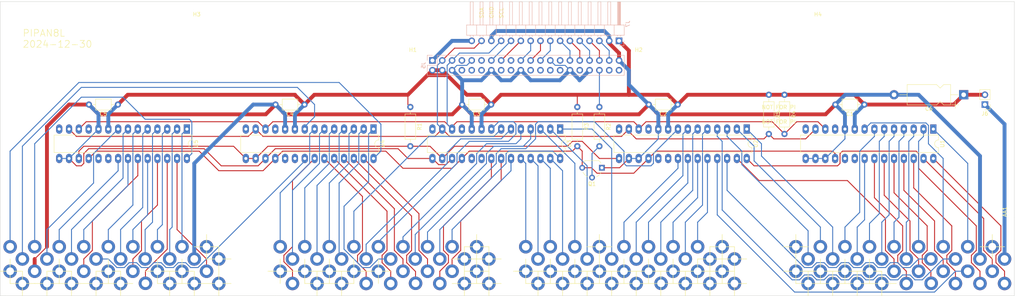
<source format=kicad_pcb>
(kicad_pcb (version 20221018) (generator pcbnew)
  (layers (0 "F.Cu" signal) (31 "B.Cu" signal) (34 "B.Paste" user) (35 "F.Paste" user) (36 "B.SilkS" user "B.Silkscreen") (37 "F.SilkS" user "F.Silkscreen") (38 "B.Mask" user) (39 "F.Mask" user) (44 "Edge.Cuts" user))
  (net 0 "")
  (net 1 "/DFLD")
  (net 3 "/IFLD")
  (net 5 "GND")
  (net 6 "/SR04")
  (net 7 "/SR03")
  (net 8 "/LINK")
  (net 9 "/SR02")
  (net 10 "/EMA")
  (net 11 "/SR01")
  (net 12 "/MB01")
  (net 13 "/SR00")
  (net 14 "/MA01")
  (net 15 "/AC00")
  (net 16 "/MB00")
  (net 21 "/AA2+5")
  (net 34 "/AB2-15")
  (net 42 "/AV1+10")
  (net 43 "/BA1+10")
  (net 45 "/BA2+5")
  (net 46 "/BB2-15")
  (net 47 "/CU1")
  (net 48 "/DEF")
  (net 49 "/PRTE")
  (net 50 "/WCT")
  (net 51 "/DK1")
  (net 52 "/CAD")
  (net 53 "/BRK")
  (net 55 "/SR11")
  (net 56 "/BNCY")
  (net 57 "/STOP")
  (net 58 "/CONT")
  (net 59 "/STRT")
  (net 60 "/LDAD")
  (net 61 "/STEP")
  (net 62 "/EXAM")
  (net 63 "/DEPO")
  (net 64 "/BV1+10")
  (net 65 "/CA1+10")
  (net 66 "/CA2+5")
  (net 69 "/CB2-15")
  (net 70 "/CV1+10")
  (net 71 "/DA1+10")
  (net 72 "/DA2+5")
  (net 73 "/DB2-15")
  (net 78 "/DV1+10")
  (net 80 "/MPRT")
  (net 81 "VCC")
  (net 96 "/AC03")
  (net 97 "/AC02")
  (net 98 "/AC01")
  (net 99 "/MA00")
  (net 100 "/AN1")
  (net 101 "Net-(U2-A0)")
  (net 102 "/SDA")
  (net 103 "/SCL")
  (net 106 "/MB02")
  (net 107 "/MA02")
  (net 108 "/MB03")
  (net 109 "/MA03")
  (net 110 "/MB04")
  (net 111 "/MA04")
  (net 113 "/AC04")
  (net 114 "/AC05")
  (net 115 "/MB05")
  (net 116 "/MA05")
  (net 117 "/AC06")
  (net 118 "/AC07")
  (net 119 "/BL1")
  (net 120 "/_RESET")
  (net 121 "/AT1GND")
  (net 122 "/BC2GND")
  (net 123 "/BT1GND")
  (net 126 "/MA06")
  (net 127 "/MA07")
  (net 128 "/MB07")
  (net 129 "/MA08")
  (net 130 "/AC09")
  (net 131 "/MB09")
  (net 132 "/CD2")
  (net 133 "/MA09")
  (net 134 "/SR09")
  (net 135 "/AC11")
  (net 136 "/SR10")
  (net 137 "/AC10")
  (net 138 "/SR08")
  (net 139 "/MA10")
  (net 140 "/CC2GND")
  (net 141 "/CT1GND")
  (net 144 "/SR07")
  (net 145 "/MB10")
  (net 146 "/SR06")
  (net 147 "/CL1")
  (net 148 "/SR05")
  (net 149 "/CM1")
  (net 150 "/MB11")
  (net 151 "/MA11")
  (net 152 "/FET")
  (net 153 "/IR00")
  (net 154 "/ION")
  (net 155 "/PARE")
  (net 156 "/EXE")
  (net 157 "/IR01")
  (net 158 "/IR02")
  (net 163 "/V3.3")
  (net 164 "/GPIO9")
  (net 165 "/GPIO11")
  (net 166 "/GPIO5")
  (net 167 "/GPIO6")
  (net 168 "/GPIO13")
  (net 169 "/GPIO19")
  (net 170 "/GPIO26")
  (net 171 "/GPIO17")
  (net 172 "/GPIO27")
  (net 173 "/GPIO22")
  (net 174 "/GPIO10")
  (net 175 "Net-(J5-Pin_36)")
  (net 176 "Net-(Q1-B)")
  (net 177 "/DM1")
  (net 178 "/MB06")
  (net 179 "/MB08")
  (net 180 "/AC08")
  (net 181 "/DL1")
  (net 182 "/DB1")
  (net 183 "/DF1")
  (net 184 "/DH1")
  (net 185 "/RUN")
  (net 186 "/DJ1")
  (footprint "Capacitor_THT:C_Axial_L3.8mm_D2.6mm_P7.50mm_Horizontal" (layer "F.Cu") (at 175.2 26.67 180)
    (fp_text reference "C2")
    (fp_text value "0.1u")
  )
  (footprint "Capacitor_THT:C_Axial_L3.8mm_D2.6mm_P7.50mm_Horizontal" (layer "F.Cu") (at 223.46 26.67 180)
    (fp_text reference "C1")
    (fp_text value "0.1u")
  )
  (footprint "MountingHole:MountingHole_8.4mm_M8" (layer "F.Cu") (at 50.8 12.7)
    (fp_text reference "H3")
    (fp_text value "MountingHole")
  )
  (footprint "Connector_PinHeader_2.54mm:PinHeader_1x02_P2.54mm_Vertical" (layer "F.Cu") (at 254.635 26.675 180)
    (fp_text reference "J6")
    (fp_text value "Conn_01x02_Pin")
  )
  (footprint "Package_DIP:DIP-28_W7.62mm_LongPads" (layer "F.Cu") (at 193.04 33.02 -90)
    (fp_text reference "U2")
    (fp_text value "MCP23017")
  )
  (footprint "Capacitor_THT:C_Axial_L3.8mm_D2.6mm_P7.50mm_Horizontal" (layer "F.Cu") (at 78.68 26.67 180)
    (fp_text reference "C4")
    (fp_text value "0.1u")
  )
  (footprint "Capacitor_THT:C_Axial_L3.8mm_D2.6mm_P7.50mm_Horizontal" (layer "F.Cu") (at 126.94 26.67 180)
    (fp_text reference "C3")
    (fp_text value "0.1u")
  )
  (footprint "MountingHole:MountingHole_8.4mm_M8" (layer "F.Cu") (at 211.455 12.7)
    (fp_text reference "H4")
    (fp_text value "MountingHole")
  )
  (footprint "Package_DIP:DIP-28_W7.62mm_LongPads" (layer "F.Cu") (at 144.78 33.02 -90)
    (fp_text reference "U3")
    (fp_text value "MCP23017")
  )
  (footprint "Capacitor_THT:CP_Axial_L11.0mm_D5.0mm_P18.00mm_Horizontal" (layer "F.Cu") (at 249.14 24.13 180)
    (fp_text reference "C6")
    (fp_text value "10u")
  )
  (footprint "Package_DIP:DIP-28_W7.62mm_LongPads" (layer "F.Cu") (at 48.26 33.02 -90)
    (fp_text reference "U5")
    (fp_text value "MCP23017")
  )
  (footprint "MountingHole:MountingHole_3mm" (layer "F.Cu") (at 106.68 16.51)
    (fp_text reference "H1")
    (fp_text value "MountingHole")
  )
  (footprint "MountingHole:MountingHole_3mm" (layer "F.Cu") (at 165.1 16.51)
    (fp_text reference "H2")
    (fp_text value "MountingHole")
  )
  (footprint "Package_DIP:DIP-28_W7.62mm_LongPads" (layer "F.Cu") (at 241.3 33.02 -90)
    (fp_text reference "U1")
    (fp_text value "MCP23017")
  )
  (footprint "Resistor_THT:R_Axial_DIN0207_L6.3mm_D2.5mm_P10.16mm_Horizontal" (layer "F.Cu") (at 149.225 27.305 -90)
    (fp_text reference "R3")
    (fp_text value "2.2K")
  )
  (footprint "Package_TO_SOT_THT:TO-92_Wide" (layer "F.Cu") (at 155.575 43.045 180)
    (fp_text reference "Q1")
    (fp_text value "2N3904")
  )
  (footprint "Package_DIP:DIP-28_W7.62mm_LongPads" (layer "F.Cu") (at 96.52 33.02 -90)
    (fp_text reference "U4")
    (fp_text value "MCP23017")
  )
  (footprint "Resistor_THT:R_Axial_DIN0207_L6.3mm_D2.5mm_P10.16mm_Horizontal" (layer "F.Cu") (at 106.045 27.305 -90)
    (fp_text reference "R1")
    (fp_text value "2.2K")
  )
  (footprint "Resistor_THT:R_Axial_DIN0207_L6.3mm_D2.5mm_P10.16mm_Horizontal" (layer "F.Cu") (at 202.805 24.13 -90)
    (fp_text reference "R4")
    (fp_text value "1K")
  )
  (footprint "Resistor_THT:R_Axial_DIN0207_L6.3mm_D2.5mm_P10.16mm_Horizontal" (layer "F.Cu") (at 198.755 24.13 -90)
    (fp_text reference "R5")
    (fp_text value "1K")
  )
  (footprint "Resistor_THT:R_Axial_DIN0207_L6.3mm_D2.5mm_P10.16mm_Horizontal" (layer "F.Cu") (at 154.94 27.305 -90)
    (fp_text reference "R2")
    (fp_text value "4.7K")
  )
  (footprint "Capacitor_THT:C_Axial_L3.8mm_D2.6mm_P7.50mm_Horizontal" (layer "F.Cu") (at 30.42 26.67 180)
    (fp_text reference "C5")
    (fp_text value "0.1u")
  )
  (footprint "mypipan8lfoots:backpins" (layer "B.Cu") (at 56.515 73.025)
    (fp_text reference "J4")
    (fp_text value "2x18edgecon")
  )
  (footprint "mypipan8lfoots:backpins" (layer "B.Cu") (at 189.865 73.025)
    (fp_text reference "J2")
    (fp_text value "2x18edgecon")
  )
  (footprint "mypipan8lfoots:backpins" (layer "B.Cu") (at 126.365 73.025)
    (fp_text reference "J3")
    (fp_text value "2x18edgecon")
  )
  (footprint "Connector_PinHeader_2.54mm:PinHeader_2x20_P2.54mm_Vertical" (layer "B.Cu") (at 111.76 15.24 -90)
    (fp_text reference "J5")
    (fp_text value "Conn_02x20_Odd_Even")
  )
  (footprint "mypipan8lfoots:backpins" (layer "B.Cu") (at 259.715 73.025)
    (fp_text reference "J1")
    (fp_text value "2x18edgecon")
  )
  (footprint "Connector_PinHeader_2.54mm:PinHeader_1x16_P2.54mm_Horizontal" (layer "B.Cu") (at 160.02 10.16 90)
    (fp_text reference "J7")
    (fp_text value "Conn_01x16")
  )
  (gr_line (start 170.815 69.85) (end 170.815 76.2) (stroke (width 0.15)) (layer "F.SilkS"))
  (gr_line (start 173.99 66.675) (end 173.99 73.025) (stroke (width 0.15)) (layer "F.SilkS"))
  (gr_line (start 2.54 73.025) (end 8.89 73.025) (stroke (width 0.15)) (layer "F.SilkS"))
  (gr_line (start 91.44 73.025) (end 78.74 73.025) (stroke (width 0.15)) (layer "F.SilkS"))
  (gr_line (start 59.69 66.675) (end 53.34 66.675) (stroke (width 0.15)) (layer "F.SilkS"))
  (gr_line (start 183.515 63.5) (end 183.515 76.2) (stroke (width 0.15)) (layer "F.SilkS"))
  (gr_line (start 40.64 73.025) (end 59.69 73.025) (stroke (width 0.15)) (layer "F.SilkS"))
  (gr_line (start 180.34 66.675) (end 193.04 66.675) (stroke (width 0.15)) (layer "F.SilkS"))
  (gr_line (start 180.34 66.675) (end 180.34 73.025) (stroke (width 0.15)) (layer "F.SilkS"))
  (gr_line (start 46.99 66.675) (end 46.99 73.025) (stroke (width 0.15)) (layer "F.SilkS"))
  (gr_line (start 8.89 73.025) (end 15.24 73.025) (stroke (width 0.15)) (layer "F.SilkS"))
  (gr_line (start 139.065 69.85) (end 139.065 76.2) (stroke (width 0.15)) (layer "F.SilkS"))
  (gr_line (start 208.915 69.85) (end 208.915 76.2) (stroke (width 0.15)) (layer "F.SilkS"))
  (gr_line (start 183.515 63.5) (end 189.865 63.5) (stroke (width 0.15)) (layer "F.SilkS"))
  (gr_line (start 256.54 66.675) (end 256.54 60.325) (stroke (width 0.15)) (layer "F.SilkS"))
  (gr_line (start 12.065 69.85) (end 12.065 76.2) (stroke (width 0.15)) (layer "F.SilkS"))
  (gr_line (start 212.09 66.675) (end 212.09 73.025) (stroke (width 0.15)) (layer "F.SilkS"))
  (gr_line (start 227.965 69.85) (end 227.965 76.2) (stroke (width 0.15)) (layer "F.SilkS"))
  (gr_line (start 123.19 66.675) (end 129.54 66.675) (stroke (width 0.15)) (layer "F.SilkS"))
  (gr_line (start 189.865 63.5) (end 189.865 76.2) (stroke (width 0.15)) (layer "F.SilkS"))
  (gr_line (start 154.94 60.325) (end 154.94 73.025) (stroke (width 0.15)) (layer "F.SilkS"))
  (gr_line (start 5.715 69.85) (end 5.715 76.2) (stroke (width 0.15)) (layer "F.SilkS"))
  (gr_line (start 116.84 73.025) (end 129.54 73.025) (stroke (width 0.15)) (layer "F.SilkS"))
  (gr_line (start 31.115 69.85) (end 31.115 76.2) (stroke (width 0.15)) (layer "F.SilkS"))
  (gr_line (start 27.94 66.675) (end 27.94 73.025) (stroke (width 0.15)) (layer "F.SilkS"))
  (gr_line (start 158.115 69.85) (end 158.115 76.2) (stroke (width 0.15)) (layer "F.SilkS"))
  (gr_line (start 215.265 69.85) (end 221.615 69.85) (stroke (width 0.15)) (layer "F.SilkS"))
  (gr_line (start 208.915 63.5) (end 202.565 63.5) (stroke (width 0.15)) (layer "F.SilkS"))
  (gr_line (start 72.39 66.675) (end 72.39 73.025) (stroke (width 0.15)) (layer "F.SilkS"))
  (gr_line (start 15.24 66.675) (end 15.24 73.025) (stroke (width 0.15)) (layer "F.SilkS"))
  (gr_line (start 215.265 69.85) (end 215.265 76.2) (stroke (width 0.15)) (layer "F.SilkS"))
  (gr_line (start 120.015 63.5) (end 120.015 76.2) (stroke (width 0.15)) (layer "F.SilkS"))
  (gr_line (start 151.765 63.5) (end 158.115 63.5) (stroke (width 0.15)) (layer "F.SilkS"))
  (gr_line (start 186.69 73.025) (end 186.69 60.325) (stroke (width 0.15)) (layer "F.SilkS"))
  (gr_line (start 43.815 69.85) (end 50.165 69.85) (stroke (width 0.15)) (layer "F.SilkS"))
  (gr_line (start 215.265 69.85) (end 202.565 69.85) (stroke (width 0.15)) (layer "F.SilkS"))
  (gr_line (start 123.19 60.325) (end 123.19 73.025) (stroke (width 0.15)) (layer "F.SilkS"))
  (gr_line (start 142.24 66.675) (end 142.24 73.025) (stroke (width 0.15)) (layer "F.SilkS"))
  (gr_line (start 120.015 69.85) (end 126.365 69.85) (stroke (width 0.15)) (layer "F.SilkS"))
  (gr_line (start 167.64 66.675) (end 167.64 73.025) (stroke (width 0.15)) (layer "F.SilkS"))
  (gr_line (start 161.29 66.675) (end 161.29 73.025) (stroke (width 0.15)) (layer "F.SilkS"))
  (gr_line (start 227.965 69.85) (end 221.615 69.85) (stroke (width 0.15)) (layer "F.SilkS"))
  (gr_line (start 126.365 63.5) (end 126.365 76.2) (stroke (width 0.15)) (layer "F.SilkS"))
  (gr_line (start 50.165 69.85) (end 50.165 76.2) (stroke (width 0.15)) (layer "F.SilkS"))
  (gr_line (start 218.44 73.025) (end 218.44 66.675) (stroke (width 0.15)) (layer "F.SilkS"))
  (gr_line (start 24.765 69.85) (end 24.765 76.2) (stroke (width 0.15)) (layer "F.SilkS"))
  (gr_line (start 205.74 60.325) (end 205.74 73.025) (stroke (width 0.15)) (layer "F.SilkS"))
  (gr_line (start 5.715 69.85) (end 0 69.85) (stroke (width 0.15)) (layer "F.SilkS"))
  (gr_line (start 56.515 63.5) (end 56.515 69.85) (stroke (width 0.15)) (layer "F.SilkS"))
  (gr_line (start 53.34 66.675) (end 53.34 60.325) (stroke (width 0.15)) (layer "F.SilkS"))
  (gr_line (start 24.765 69.85) (end 31.115 69.85) (stroke (width 0.15)) (layer "F.SilkS"))
  (gr_line (start 97.79 66.675) (end 97.79 73.025) (stroke (width 0.15)) (layer "F.SilkS"))
  (gr_line (start 205.74 73.025) (end 231.775 73.025) (stroke (width 0.15)) (layer "F.SilkS"))
  (gr_line (start 15.24 73.025) (end 34.29 73.025) (stroke (width 0.15)) (layer "F.SilkS"))
  (gr_line (start 50.165 63.5) (end 56.515 63.5) (stroke (width 0.15)) (layer "F.SilkS"))
  (gr_line (start 40.64 66.675) (end 40.64 73.025) (stroke (width 0.15)) (layer "F.SilkS"))
  (gr_line (start 221.615 69.85) (end 221.615 76.2) (stroke (width 0.15)) (layer "F.SilkS"))
  (gr_line (start 120.015 63.5) (end 126.365 63.5) (stroke (width 0.15)) (layer "F.SilkS"))
  (gr_line (start 148.59 66.675) (end 148.59 73.025) (stroke (width 0.15)) (layer "F.SilkS"))
  (gr_line (start 85.09 66.675) (end 85.09 73.025) (stroke (width 0.15)) (layer "F.SilkS"))
  (gr_line (start 18.415 69.85) (end 18.415 76.2) (stroke (width 0.15)) (layer "F.SilkS"))
  (gr_line (start 164.465 69.85) (end 164.465 76.2) (stroke (width 0.15)) (layer "F.SilkS"))
  (gr_line (start 177.165 69.85) (end 177.165 76.2) (stroke (width 0.15)) (layer "F.SilkS"))
  (gr_line (start 43.815 69.85) (end 37.465 69.85) (stroke (width 0.15)) (layer "F.SilkS"))
  (gr_line (start 224.79 66.675) (end 224.79 73.025) (stroke (width 0.15)) (layer "F.SilkS"))
  (gr_line (start 88.265 69.85) (end 88.265 76.2) (stroke (width 0.15)) (layer "F.SilkS"))
  (gr_line (start 2.54 66.675) (end 2.54 73.025) (stroke (width 0.15)) (layer "F.SilkS"))
  (gr_line (start 135.89 73.025) (end 193.04 73.025) (stroke (width 0.15)) (layer "F.SilkS"))
  (gr_line (start 12.065 69.85) (end 18.415 69.85) (stroke (width 0.15)) (layer "F.SilkS"))
  (gr_line (start 123.19 66.675) (end 116.84 66.675) (stroke (width 0.15)) (layer "F.SilkS"))
  (gr_line (start 78.74 66.675) (end 78.74 73.025) (stroke (width 0.15)) (layer "F.SilkS"))
  (gr_line (start 91.44 66.675) (end 91.44 73.025) (stroke (width 0.15)) (layer "F.SilkS"))
  (gr_line (start 259.715 63.5) (end 253.365 63.5) (stroke (width 0.15)) (layer "F.SilkS"))
  (gr_line (start 81.915 69.85) (end 81.915 76.2) (stroke (width 0.15)) (layer "F.SilkS"))
  (gr_line (start 135.89 66.675) (end 135.89 73.025) (stroke (width 0.15)) (layer "F.SilkS"))
  (gr_line (start 145.415 69.85) (end 145.415 76.2) (stroke (width 0.15)) (layer "F.SilkS"))
  (gr_line (start 100.965 69.85) (end 69.215 69.85) (stroke (width 0.15)) (layer "F.SilkS"))
  (gr_line (start 151.765 69.85) (end 151.765 76.2) (stroke (width 0.15)) (layer "F.SilkS"))
  (gr_line (start 56.515 69.85) (end 56.515 76.2) (stroke (width 0.15)) (layer "F.SilkS"))
  (gr_line (start 132.715 69.85) (end 189.865 69.85) (stroke (width 0.15)) (layer "F.SilkS"))
  (gr_line (start 43.815 69.85) (end 43.815 76.2) (stroke (width 0.15)) (layer "F.SilkS"))
  (gr_line (start 262.255 76.2) (end 260.985 76.2) (stroke (width 0.1)) (layer "Edge.Cuts"))
  (gr_line (start 204.47 76.2) (end 260.985 76.2) (stroke (width 0.1)) (layer "Edge.Cuts"))
  (gr_line (start 191.135 76.2) (end 204.47 76.2) (stroke (width 0.1)) (layer "Edge.Cuts"))
  (gr_line (start 262.255 0) (end 0 0) (stroke (width 0.1)) (layer "Edge.Cuts"))
  (gr_line (start 134.62 76.2) (end 191.135 76.2) (stroke (width 0.1)) (layer "Edge.Cuts"))
  (gr_line (start 1.27 76.2) (end 57.785 76.2) (stroke (width 0.1)) (layer "Edge.Cuts"))
  (gr_line (start 57.785 76.2) (end 71.12 76.2) (stroke (width 0.1)) (layer "Edge.Cuts"))
  (gr_line (start 71.12 76.2) (end 127.635 76.2) (stroke (width 0.1)) (layer "Edge.Cuts"))
  (gr_line (start 262.255 55.88) (end 262.255 0) (stroke (width 0.1)) (layer "Edge.Cuts"))
  (gr_line (start 0 55.88) (end 0 76.2) (stroke (width 0.1)) (layer "Edge.Cuts"))
  (gr_line (start 262.255 55.88) (end 262.255 76.2) (stroke (width 0.1)) (layer "Edge.Cuts"))
  (gr_line (start 0 0) (end 0 55.88) (stroke (width 0.1)) (layer "Edge.Cuts"))
  (gr_line (start 127.635 76.2) (end 134.62 76.2) (stroke (width 0.1)) (layer "Edge.Cuts"))
  (gr_line (start 0 76.2) (end 1.27 76.2) (stroke (width 0.1)) (layer "Edge.Cuts"))
  (gr_text "AA1" (at 260.35 55.88 90) (layer "F.SilkS") (effects (font (size 1 1)) (justify left bottom)))
  (gr_text "NOT FOR PI" (at 196.85 31.75) (layer "F.SilkS") (effects (font (size 1 1)) (justify left bottom)))
  (gr_text "PIPAN8L\n2024-12-30" (at 5.715 12.065) (layer "F.SilkS") (effects (font (size 1.778 1.778)) (justify left bottom)))
  (gr_text "SCL" (at 130.175 4.445 90) (layer "F.SilkS") (effects (font (size 1 1)) (justify left bottom)))
  (gr_text "SDA" (at 125.095 4.445 90) (layer "F.SilkS") (effects (font (size 1 1)) (justify left bottom)))
  (gr_text "GND" (at 127.635 4.445 90) (layer "F.SilkS") (effects (font (size 1 1)) (justify left bottom)))
  (gr_text "NOT FOR PI" (at 196.85 27.94) (layer "F.SilkS") (effects (font (size 1 1)) (justify left bottom)))
  (segment (start 254.3175 56.1975) (end 238.76 40.64) (width 0.25) (layer "F.Cu") (net 1))
  (segment (start 256.54 69.85) (end 256.54 66.675) (width 0.25) (layer "F.Cu") (net 1))
  (segment (start 254.3175 64.4525) (end 254.3175 56.1975) (width 0.25) (layer "F.Cu") (net 1))
  (segment (start 256.54 66.675) (end 254.3175 64.4525) (width 0.25) (layer "F.Cu") (net 1))
  (segment (start 194.945 42.545) (end 193.04 40.64) (width 0.25) (layer "F.Cu") (net 3))
  (segment (start 237.49 43.18) (end 237.49 39.37) (width 0.25) (layer "F.Cu") (net 3))
  (segment (start 252.4125 64.4525) (end 252.4125 58.1025) (width 0.25) (layer "F.Cu") (net 3))
  (segment (start 251.1425 67.6275) (end 251.1425 65.7225) (width 0.25) (layer "F.Cu") (net 3))
  (segment (start 216.535 42.545) (end 194.945 42.545) (width 0.25) (layer "F.Cu") (net 3))
  (segment (start 237.49 39.37) (end 236.855 38.735) (width 0.25) (layer "F.Cu") (net 3))
  (segment (start 236.855 38.735) (end 217.805 38.735) (width 0.25) (layer "F.Cu") (net 3))
  (segment (start 217.17 41.91) (end 216.535 42.545) (width 0.25) (layer "F.Cu") (net 3))
  (segment (start 253.365 73.025) (end 253.365 69.85) (width 0.25) (layer "F.Cu") (net 3))
  (segment (start 217.17 39.37) (end 217.17 41.91) (width 0.25) (layer "F.Cu") (net 3))
  (segment (start 252.4125 58.1025) (end 237.49 43.18) (width 0.25) (layer "F.Cu") (net 3))
  (segment (start 253.365 69.85) (end 251.1425 67.6275) (width 0.25) (layer "F.Cu") (net 3))
  (segment (start 251.1425 65.7225) (end 252.4125 64.4525) (width 0.25) (layer "F.Cu") (net 3))
  (segment (start 217.805 38.735) (end 217.17 39.37) (width 0.25) (layer "F.Cu") (net 3))
  (segment (start 68.58 40.64) (end 66.675 42.545) (width 0.25) (layer "F.Cu") (net 5))
  (segment (start 68.64 29.21) (end 71.18 26.67) (width 1) (layer "F.Cu") (net 5))
  (segment (start 116.9 29.21) (end 119.44 26.67) (width 1) (layer "F.Cu") (net 5))
  (segment (start 160.155 43.045) (end 162.56 40.64) (width 0.25) (layer "F.Cu") (net 5))
  (segment (start 25.4 29.21) (end 68.64 29.21) (width 1) (layer "F.Cu") (net 5))
  (segment (start 21.59 41.91) (end 20.955 42.545) (width 0.25) (layer "F.Cu") (net 5))
  (segment (start 213.42 29.21) (end 215.96 26.67) (width 1) (layer "F.Cu") (net 5))
  (segment (start 52.705 38.1) (end 22.86 38.1) (width 0.25) (layer "F.Cu") (net 5))
  (segment (start 102.87 38.1) (end 105.41 40.64) (width 0.25) (layer "F.Cu") (net 5))
  (segment (start 113.3475 42.2275) (end 115.2525 42.2275) (width 0.25) (layer "F.Cu") (net 5))
  (segment (start 73.66 29.21) (end 116.9 29.21) (width 1) (layer "F.Cu") (net 5))
  (segment (start 71.12 38.1) (end 102.87 38.1) (width 0.25) (layer "F.Cu") (net 5))
  (segment (start 66.675 42.545) (end 57.15 42.545) (width 0.25) (layer "F.Cu") (net 5))
  (segment (start 22.86 38.1) (end 21.59 39.37) (width 0.25) (layer "F.Cu") (net 5))
  (segment (start 157.48 10.795) (end 157.48 10.16) (width 1) (layer "F.Cu") (net 5))
  (segment (start 22.92 26.67) (end 25.4 29.15) (width 1) (layer "F.Cu") (net 5))
  (segment (start 169.545 28.515) (end 169.545 28.575) (width 1) (layer "F.Cu") (net 5))
  (segment (start 111.76 40.64) (end 113.3475 42.2275) (width 0.25) (layer "F.Cu") (net 5))
  (segment (start 160.02 13.335) (end 157.48 10.795) (width 1) (layer "F.Cu") (net 5))
  (segment (start 169.545 28.575) (end 170.18 29.21) (width 1) (layer "F.Cu") (net 5))
  (segment (start 12.065 32.385) (end 12.065 63.5) (width 1) (layer "F.Cu") (net 5))
  (segment (start 165.16 29.21) (end 167.7 26.67) (width 1) (layer "F.Cu") (net 5))
  (segment (start 68.58 40.64) (end 71.12 38.1) (width 0.25) (layer "F.Cu") (net 5))
  (segment (start 170.18 29.21) (end 213.42 29.21) (width 1) (layer "F.Cu") (net 5))
  (segment (start 155.575 43.045) (end 160.155 43.045) (width 0.25) (layer "F.Cu") (net 5))
  (segment (start 8.89 66.675) (end 12.065 63.5) (width 0.25) (layer "F.Cu") (net 5))
  (segment (start 121.345 28.575) (end 121.345 28.635) (width 1) (layer "F.Cu") (net 5))
  (segment (start 25.4 29.15) (end 25.4 29.21) (width 1) (layer "F.Cu") (net 5))
  (segment (start 119.44 26.67) (end 121.345 28.575) (width 1) (layer "F.Cu") (net 5))
  (segment (start 21.59 39.37) (end 21.59 41.91) (width 0.25) (layer "F.Cu") (net 5))
  (segment (start 57.15 42.545) (end 52.705 38.1) (width 0.25) (layer "F.Cu") (net 5))
  (segment (start 167.7 26.67) (end 169.545 28.515) (width 1) (layer "F.Cu") (net 5))
  (segment (start 105.41 40.64) (end 111.76 40.64) (width 0.25) (layer "F.Cu") (net 5))
  (segment (start 20.955 42.545) (end 19.685 42.545) (width 0.25) (layer "F.Cu") (net 5))
  (segment (start 160.02 15.24) (end 160.02 13.335) (width 1) (layer "F.Cu") (net 5))
  (segment (start 8.89 69.85) (end 8.89 66.675) (width 1) (layer "F.Cu") (net 5))
  (segment (start 121.345 28.635) (end 121.92 29.21) (width 1) (layer "F.Cu") (net 5))
  (segment (start 19.685 42.545) (end 17.78 40.64) (width 0.25) (layer "F.Cu") (net 5))
  (segment (start 17.78 26.67) (end 12.065 32.385) (width 1) (layer "F.Cu") (net 5))
  (segment (start 115.2525 42.2275) (end 116.84 40.64) (width 0.25) (layer "F.Cu") (net 5))
  (segment (start 73.085 28.575) (end 73.085 28.635) (width 1) (layer "F.Cu") (net 5))
  (segment (start 73.085 28.635) (end 73.66 29.21) (width 1) (layer "F.Cu") (net 5))
  (segment (start 71.18 26.67) (end 73.085 28.575) (width 1) (layer "F.Cu") (net 5))
  (segment (start 121.92 29.21) (end 165.16 29.21) (width 1) (layer "F.Cu") (net 5))
  (segment (start 22.92 26.67) (end 17.78 26.67) (width 1) (layer "F.Cu") (net 5))
  (segment (start 162.56 40.64) (end 165.1 40.64) (width 0.25) (layer "B.Cu") (net 5))
  (segment (start 208.28 40.64) (end 210.82 40.64) (width 0.25) (layer "B.Cu") (net 5))
  (segment (start 129.54 20.38) (end 129.54 20.32) (width 1) (layer "B.Cu") (net 5))
  (segment (start 132.02 20.38) (end 134.62 17.78) (width 1) (layer "B.Cu") (net 5))
  (segment (start 128.27 7.62) (end 127 8.89) (width 1) (layer "B.Cu") (net 5))
  (segment (start 237.49 24.13) (end 253.365 40.005) (width 1) (layer "B.Cu") (net 5))
  (segment (start 165.1 40.64) (end 170.18 35.56) (width 0.25) (layer "B.Cu") (net 5))
  (segment (start 215.96 26.67) (end 218.44 29.15) (width 1) (layer "B.Cu") (net 5))
  (segment (start 118.11 16.51) (end 116.84 17.78) (width 0.25) (layer "B.Cu") (net 5))
  (segment (start 129.54 20.38) (end 132.02 20.38) (width 1) (layer "B.Cu") (net 5))
  (segment (start 156.21 7.62) (end 128.27 7.62) (width 1) (layer "B.Cu") (net 5))
  (segment (start 146.05 16.51) (end 147.32 17.78) (width 0.25) (layer "B.Cu") (net 5))
  (segment (start 215.96 26.67) (end 218.5 24.13) (width 1) (layer "B.Cu") (net 5))
  (segment (start 149.8 20.26) (end 147.32 17.78) (width 1) (layer "B.Cu") (net 5))
  (segment (start 127 8.89) (end 127 10.16) (width 1) (layer "B.Cu") (net 5))
  (segment (start 119.44 26.67) (end 121.92 29.15) (width 1) (layer "B.Cu") (net 5))
  (segment (start 120.65 16.51) (end 118.11 16.51) (width 0.25) (layer "B.Cu") (net 5))
  (segment (start 119.44 26.67) (end 119.44 20.38) (width 1) (layer "B.Cu") (net 5))
  (segment (start 170.18 35.56) (end 170.18 33.02) (width 0.25) (layer "B.Cu") (net 5))
  (segment (start 143.51 16.51) (end 146.05 16.51) (width 0.25) (layer "B.Cu") (net 5))
  (segment (start 71.18 26.67) (end 73.66 29.15) (width 1) (layer "B.Cu") (net 5))
  (segment (start 162.56 21.53) (end 162.56 17.78) (width 1) (layer "B.Cu") (net 5))
  (segment (start 121.92 15.24) (end 120.65 16.51) (width 0.25) (layer "B.Cu") (net 5))
  (segment (start 144.72 20.38) (end 147.32 17.78) (width 1) (layer "B.Cu") (net 5))
  (segment (start 149.8 20.38) (end 149.8 20.26) (width 1) (layer "B.Cu") (net 5))
  (segment (start 142.24 15.24) (end 143.51 16.51) (width 0.25) (layer "B.Cu") (net 5))
  (segment (start 218.44 35.56) (end 218.44 33.02) (width 0.25) (layer "B.Cu") (net 5))
  (segment (start 121.92 29.15) (end 121.92 33.02) (width 1) (layer "B.Cu") (net 5))
  (segment (start 157.48 10.16) (end 157.48 8.89) (width 1) (layer "B.Cu") (net 5))
  (segment (start 22.92 26.67) (end 25.4 29.15) (width 1) (layer "B.Cu") (net 5))
  (segment (start 50.165 41.91) (end 50.165 66.9925) (width 1) (layer "B.Cu") (net 5))
  (segment (start 71.18 26.67) (end 65.405 26.67) (width 1) (layer "B.Cu") (net 5))
  (segment (start 167.7 26.67) (end 162.56 21.53) (width 1) (layer "B.Cu") (net 5))
  (segment (start 218.5 24.13) (end 237.49 24.13) (width 1) (layer "B.Cu") (net 5))
  (segment (start 162.56 17.78) (end 160.02 15.24) (width 1) (layer "B.Cu") (net 5))
  (segment (start 167.7 26.67) (end 170.18 29.15) (width 1) (layer "B.Cu") (net 5))
  (segment (start 65.405 26.67) (end 50.165 41.91) (width 1) (layer "B.Cu") (net 5))
  (segment (start 124.4 20.38) (end 127 17.78) (width 1) (layer "B.Cu") (net 5))
  (segment (start 218.44 29.15) (end 218.44 33.02) (width 1) (layer "B.Cu") (net 5))
  (segment (start 15.24 40.64) (end 17.78 40.64) (width 0.25) (layer "B.Cu") (net 5))
  (segment (start 253.365 40.005) (end 253.365 66.3575) (width 1) (layer "B.Cu") (net 5))
  (segment (start 213.36 40.64) (end 218.44 35.56) (width 0.25) (layer "B.Cu") (net 5))
  (segment (start 137.16 20.38) (end 137.16 20.32) (width 1) (layer "B.Cu") (net 5))
  (segment (start 137.16 20.32) (end 134.62 17.78) (width 1) (layer "B.Cu") (net 5))
  (segment (start 149.8 20.38) (end 152.4 17.78) (width 1) (layer "B.Cu") (net 5))
  (segment (start 17.78 40.64) (end 25.4 33.02) (width 0.25) (layer "B.Cu") (net 5))
  (segment (start 129.54 20.32) (end 127 17.78) (width 1) (layer "B.Cu") (net 5))
  (segment (start 210.82 40.64) (end 213.36 40.64) (width 0.25) (layer "B.Cu") (net 5))
  (segment (start 73.66 29.15) (end 73.66 33.02) (width 1) (layer "B.Cu") (net 5))
  (segment (start 157.48 8.89) (end 156.21 7.62) (width 1) (layer "B.Cu") (net 5))
  (segment (start 119.44 20.38) (end 124.4 20.38) (width 1) (layer "B.Cu") (net 5))
  (segment (start 137.16 20.38) (end 144.72 20.38) (width 1) (layer "B.Cu") (net 5))
  (segment (start 170.18 29.15) (end 170.18 33.02) (width 1) (layer "B.Cu") (net 5))
  (segment (start 25.4 29.15) (end 25.4 33.02) (width 1) (layer "B.Cu") (net 5))
  (segment (start 116.84 17.78) (end 119.44 20.38) (width 1) (layer "B.Cu") (net 5))
  (segment (start 247.015 69.85) (end 241.6175 75.2475) (width 0.25) (layer "B.Cu") (net 6))
  (segment (start 185.42 40.64) (end 185.42 55.245) (width 0.25) (layer "B.Cu") (net 6))
  (segment (start 250.19 69.85) (end 247.015 69.85) (width 0.25) (layer "B.Cu") (net 6))
  (segment (start 205.4225 75.2475) (end 241.6175 75.2475) (width 0.25) (layer "B.Cu") (net 6))
  (segment (start 185.42 55.245) (end 205.4225 75.2475) (width 0.25) (layer "B.Cu") (net 6))
  (segment (start 250.19 63.1825) (end 250.19 41.91) (width 0.25) (layer "B.Cu") (net 7))
  (segment (start 250.19 41.91) (end 241.3 33.02) (width 0.25) (layer "B.Cu") (net 7))
  (segment (start 247.015 69.85) (end 244.7925 67.6275) (width 0.25) (layer "F.Cu") (net 8))
  (segment (start 244.7925 67.6275) (end 244.7925 65.7225) (width 0.25) (layer "F.Cu") (net 8))
  (segment (start 236.22 40.64) (end 236.22 48.26) (width 0.25) (layer "F.Cu") (net 8))
  (segment (start 247.015 73.025) (end 247.015 69.85) (width 0.25) (layer "F.Cu") (net 8))
  (segment (start 246.0625 58.1025) (end 246.0625 64.4525) (width 0.25) (layer "F.Cu") (net 8))
  (segment (start 244.7925 65.7225) (end 246.0625 64.4525) (width 0.25) (layer "F.Cu") (net 8))
  (segment (start 236.22 48.26) (end 246.0625 58.1025) (width 0.25) (layer "F.Cu") (net 8))
  (segment (start 217.4875 72.0725) (end 216.2175 70.8025) (width 0.25) (layer "B.Cu") (net 9))
  (segment (start 185.42 34.925) (end 185.42 33.02) (width 0.25) (layer "B.Cu") (net 9))
  (segment (start 238.4425 72.0725) (end 236.5375 72.0725) (width 0.25) (layer "B.Cu") (net 9))
  (segment (start 228.9175 70.8025) (end 227.0125 70.8025) (width 0.25) (layer "B.Cu") (net 9))
  (segment (start 186.69 53.975) (end 186.69 36.195) (width 0.25) (layer "B.Cu") (net 9))
  (segment (start 247.015 66.675) (end 243.84 66.675) (width 0.25) (layer "B.Cu") (net 9))
  (segment (start 214.3125 70.8025) (end 213.0425 72.0725) (width 0.25) (layer "B.Cu") (net 9))
  (segment (start 206.6925 72.0725) (end 204.7875 72.0725) (width 0.25) (layer "B.Cu") (net 9))
  (segment (start 213.0425 72.0725) (end 211.1375 72.0725) (width 0.25) (layer "B.Cu") (net 9))
  (segment (start 232.0925 72.0725) (end 230.1875 72.0725) (width 0.25) (layer "B.Cu") (net 9))
  (segment (start 230.1875 72.0725) (end 228.9175 70.8025) (width 0.25) (layer "B.Cu") (net 9))
  (segment (start 209.8675 70.8025) (end 207.9625 70.8025) (width 0.25) (layer "B.Cu") (net 9))
  (segment (start 225.7425 72.0725) (end 223.8375 72.0725) (width 0.25) (layer "B.Cu") (net 9))
  (segment (start 235.2675 70.8025) (end 233.3625 70.8025) (width 0.25) (layer "B.Cu") (net 9))
  (segment (start 243.84 66.675) (end 238.4425 72.0725) (width 0.25) (layer "B.Cu") (net 9))
  (segment (start 211.1375 72.0725) (end 209.8675 70.8025) (width 0.25) (layer "B.Cu") (net 9))
  (segment (start 236.5375 72.0725) (end 235.2675 70.8025) (width 0.25) (layer "B.Cu") (net 9))
  (segment (start 227.0125 70.8025) (end 225.7425 72.0725) (width 0.25) (layer "B.Cu") (net 9))
  (segment (start 222.5675 70.8025) (end 220.6625 70.8025) (width 0.25) (layer "B.Cu") (net 9))
  (segment (start 216.2175 70.8025) (end 214.3125 70.8025) (width 0.25) (layer "B.Cu") (net 9))
  (segment (start 233.3625 70.8025) (end 232.0925 72.0725) (width 0.25) (layer "B.Cu") (net 9))
  (segment (start 186.69 36.195) (end 185.42 34.925) (width 0.25) (layer "B.Cu") (net 9))
  (segment (start 220.6625 70.8025) (end 219.3925 72.0725) (width 0.25) (layer "B.Cu") (net 9))
  (segment (start 207.9625 70.8025) (end 206.6925 72.0725) (width 0.25) (layer "B.Cu") (net 9))
  (segment (start 219.3925 72.0725) (end 217.4875 72.0725) (width 0.25) (layer "B.Cu") (net 9))
  (segment (start 223.8375 72.0725) (end 222.5675 70.8025) (width 0.25) (layer "B.Cu") (net 9))
  (segment (start 204.7875 72.0725) (end 186.69 53.975) (width 0.25) (layer "B.Cu") (net 9))
  (segment (start 243.84 66.675) (end 241.6175 64.4525) (width 0.25) (layer "F.Cu") (net 10))
  (segment (start 233.68 48.895) (end 241.6175 56.8325) (width 0.25) (layer "F.Cu") (net 10))
  (segment (start 241.6175 64.4525) (end 241.6175 56.8325) (width 0.25) (layer "F.Cu") (net 10))
  (segment (start 233.68 40.64) (end 233.68 48.895) (width 0.25) (layer "F.Cu") (net 10))
  (segment (start 243.84 69.85) (end 243.84 66.675) (width 0.25) (layer "F.Cu") (net 10))
  (segment (start 243.84 40.64) (end 243.84 63.1825) (width 0.25) (layer "B.Cu") (net 11))
  (segment (start 223.52 33.02) (end 225.1075 31.4325) (width 0.25) (layer "B.Cu") (net 11))
  (segment (start 239.395 31.4325) (end 240.03 32.0675) (width 0.25) (layer "B.Cu") (net 11))
  (segment (start 240.03 36.83) (end 243.84 40.64) (width 0.25) (layer "B.Cu") (net 11))
  (segment (start 225.1075 31.4325) (end 239.395 31.4325) (width 0.25) (layer "B.Cu") (net 11))
  (segment (start 240.03 32.0675) (end 240.03 36.83) (width 0.25) (layer "B.Cu") (net 11))
  (segment (start 238.4425 67.6275) (end 238.4425 65.7225) (width 0.25) (layer "F.Cu") (net 12))
  (segment (start 240.665 72.898993) (end 240.665 69.85) (width 0.25) (layer "F.Cu") (net 12))
  (segment (start 238.4425 65.7225) (end 239.7125 64.4525) (width 0.25) (layer "F.Cu") (net 12))
  (segment (start 240.665 69.85) (end 238.4425 67.6275) (width 0.25) (layer "F.Cu") (net 12))
  (segment (start 231.14 49.53) (end 239.7125 58.1025) (width 0.25) (layer "F.Cu") (net 12))
  (segment (start 231.14 40.64) (end 231.14 49.53) (width 0.25) (layer "F.Cu") (net 12))
  (segment (start 239.7125 64.4525) (end 239.7125 58.1025) (width 0.25) (layer "F.Cu") (net 12))
  (segment (start 220.6625 68.8975) (end 219.3925 67.6275) (width 0.25) (layer "B.Cu") (net 13))
  (segment (start 237.49 66.675) (end 235.2675 68.8975) (width 0.25) (layer "B.Cu") (net 13))
  (segment (start 233.3625 68.8975) (end 232.0925 67.6275) (width 0.25) (layer "B.Cu") (net 13))
  (segment (start 230.1875 67.6275) (end 228.9175 68.8975) (width 0.25) (layer "B.Cu") (net 13))
  (segment (start 222.5675 68.8975) (end 220.6625 68.8975) (width 0.25) (layer "B.Cu") (net 13))
  (segment (start 227.0125 68.8975) (end 225.7425 67.6275) (width 0.25) (layer "B.Cu") (net 13))
  (segment (start 219.3925 67.6275) (end 217.4875 67.6275) (width 0.25) (layer "B.Cu") (net 13))
  (segment (start 232.0925 67.6275) (end 230.1875 67.6275) (width 0.25) (layer "B.Cu") (net 13))
  (segment (start 235.2675 68.8975) (end 233.3625 68.8975) (width 0.25) (layer "B.Cu") (net 13))
  (segment (start 214.3125 68.8975) (end 213.0425 67.6275) (width 0.25) (layer "B.Cu") (net 13))
  (segment (start 223.8375 67.6275) (end 222.5675 68.8975) (width 0.25) (layer "B.Cu") (net 13))
  (segment (start 225.7425 67.6275) (end 223.8375 67.6275) (width 0.25) (layer "B.Cu") (net 13))
  (segment (start 187.96 40.64) (end 187.96 48.895) (width 0.25) (layer "B.Cu") (net 13))
  (segment (start 213.0425 67.6275) (end 211.1375 67.6275) (width 0.25) (layer "B.Cu") (net 13))
  (segment (start 187.96 48.895) (end 207.9625 68.8975) (width 0.25) (layer "B.Cu") (net 13))
  (segment (start 228.9175 68.8975) (end 227.0125 68.8975) (width 0.25) (layer "B.Cu") (net 13))
  (segment (start 240.665 66.675) (end 237.49 66.675) (width 0.25) (layer "B.Cu") (net 13))
  (segment (start 209.8675 68.8975) (end 207.9625 68.8975) (width 0.25) (layer "B.Cu") (net 13))
  (segment (start 216.2175 68.8975) (end 214.3125 68.8975) (width 0.25) (layer "B.Cu") (net 13))
  (segment (start 211.1375 67.6275) (end 209.8675 68.8975) (width 0.25) (layer "B.Cu") (net 13))
  (segment (start 217.4875 67.6275) (end 216.2175 68.8975) (width 0.25) (layer "B.Cu") (net 13))
  (segment (start 228.6 50.165) (end 235.2675 56.8325) (width 0.25) (layer "F.Cu") (net 14))
  (segment (start 237.49 69.85) (end 237.49 66.675) (width 0.25) (layer "F.Cu") (net 14))
  (segment (start 237.49 66.675) (end 235.2675 64.4525) (width 0.25) (layer "F.Cu") (net 14))
  (segment (start 235.2675 64.4525) (end 235.2675 56.8325) (width 0.25) (layer "F.Cu") (net 14))
  (segment (start 228.6 40.64) (end 228.6 50.165) (width 0.25) (layer "F.Cu") (net 14))
  (segment (start 238.76 34.925) (end 237.49 36.195) (width 0.25) (layer "B.Cu") (net 15))
  (segment (start 238.76 33.02) (end 238.76 34.925) (width 0.25) (layer "B.Cu") (net 15))
  (segment (start 237.49 36.195) (end 237.49 63.1825) (width 0.25) (layer "B.Cu") (net 15))
  (segment (start 234.95 56.515) (end 234.315 57.15) (width 0.25) (layer "B.Cu") (net 16))
  (segment (start 236.22 33.02) (end 236.22 34.925) (width 0.25) (layer "B.Cu") (net 16))
  (segment (start 234.95 36.195) (end 234.95 56.515) (width 0.25) (layer "B.Cu") (net 16))
  (segment (start 236.22 34.925) (end 234.95 36.195) (width 0.25) (layer "B.Cu") (net 16))
  (segment (start 234.315 57.15) (end 234.315 66.3575) (width 0.25) (layer "B.Cu") (net 16))
  (segment (start 259.71 31.75) (end 259.715 31.75) (width 1) (layer "B.Cu") (net 21))
  (segment (start 259.715 31.75) (end 259.715 66.3575) (width 1) (layer "B.Cu") (net 21))
  (segment (start 254.635 26.675) (end 259.71 31.75) (width 1) (layer "B.Cu") (net 21))
  (segment (start 73.3425 65.7225) (end 75.565 63.5) (width 0.25) (layer "F.Cu") (net 47))
  (segment (start 75.565 73.025) (end 75.565 69.609494) (width 0.25) (layer "F.Cu") (net 47))
  (segment (start 75.565 63.5) (end 75.565 46.355) (width 0.25) (layer "F.Cu") (net 47))
  (segment (start 75.565 69.609494) (end 73.3425 67.386994) (width 0.25) (layer "F.Cu") (net 47))
  (segment (start 75.565 46.355) (end 81.28 40.64) (width 0.25) (layer "F.Cu") (net 47))
  (segment (start 73.3425 67.386994) (end 73.3425 65.7225) (width 0.25) (layer "F.Cu") (net 47))
  (segment (start 43.815 66.675) (end 43.815 59.055) (width 0.25) (layer "B.Cu") (net 48))
  (segment (start 45.72 33.02) (end 44.45 34.29) (width 0.25) (layer "B.Cu") (net 48))
  (segment (start 43.815 59.055) (end 44.45 58.42) (width 0.25) (layer "B.Cu") (net 48))
  (segment (start 44.45 34.29) (end 44.45 58.42) (width 0.25) (layer "B.Cu") (net 48))
  (segment (start 41.91 34.29) (end 41.91 57.785) (width 0.25) (layer "B.Cu") (net 49))
  (segment (start 40.64 63.5) (end 40.64 59.055) (width 0.25) (layer "B.Cu") (net 49))
  (segment (start 40.64 59.055) (end 41.91 57.785) (width 0.25) (layer "B.Cu") (net 49))
  (segment (start 43.18 33.02) (end 41.91 34.29) (width 0.25) (layer "B.Cu") (net 49))
  (segment (start 34.29 59.055) (end 38.1 55.245) (width 0.25) (layer "B.Cu") (net 50))
  (segment (start 34.29 63.5) (end 34.29 59.055) (width 0.25) (layer "B.Cu") (net 50))
  (segment (start 38.1 40.64) (end 38.1 55.245) (width 0.25) (layer "B.Cu") (net 50))
  (segment (start 31.115 59.055) (end 36.83 53.34) (width 0.25) (layer "B.Cu") (net 52))
  (segment (start 31.115 66.675) (end 31.115 59.055) (width 0.25) (layer "B.Cu") (net 52))
  (segment (start 36.83 34.29) (end 38.1 33.02) (width 0.25) (layer "B.Cu") (net 52))
  (segment (start 36.83 34.29) (end 36.83 53.34) (width 0.25) (layer "B.Cu") (net 52))
  (segment (start 27.94 63.5) (end 27.94 59.055) (width 0.25) (layer "B.Cu") (net 53))
  (segment (start 34.29 34.29) (end 34.29 52.705) (width 0.25) (layer "B.Cu") (net 53))
  (segment (start 35.56 33.02) (end 34.29 34.29) (width 0.25) (layer "B.Cu") (net 53))
  (segment (start 27.94 59.055) (end 34.29 52.705) (width 0.25) (layer "B.Cu") (net 53))
  (segment (start 33.3375 67.6275) (end 35.2425 67.6275) (width 0.25) (layer "B.Cu") (net 55))
  (segment (start 42.8625 68.8975) (end 44.7675 68.8975) (width 0.25) (layer "B.Cu") (net 55))
  (segment (start 24.765 66.675) (end 27.94 66.675) (width 0.25) (layer "B.Cu") (net 55))
  (segment (start 38.4175 68.8975) (end 39.6875 67.6275) (width 0.25) (layer "B.Cu") (net 55))
  (segment (start 35.2425 67.6275) (end 36.5125 68.8975) (width 0.25) (layer "B.Cu") (net 55))
  (segment (start 36.5125 68.8975) (end 38.4175 68.8975) (width 0.25) (layer "B.Cu") (net 55))
  (segment (start 39.6875 67.6275) (end 41.5925 67.6275) (width 0.25) (layer "B.Cu") (net 55))
  (segment (start 44.7675 68.8975) (end 46.0375 67.6275) (width 0.25) (layer "B.Cu") (net 55))
  (segment (start 32.0675 68.8975) (end 33.3375 67.6275) (width 0.25) (layer "B.Cu") (net 55))
  (segment (start 30.1625 68.8975) (end 32.0675 68.8975) (width 0.25) (layer "B.Cu") (net 55))
  (segment (start 51.1175 68.8975) (end 78.74 41.275) (width 0.25) (layer "B.Cu") (net 55))
  (segment (start 27.94 66.675) (end 30.1625 68.8975) (width 0.25) (layer "B.Cu") (net 55))
  (segment (start 49.2125 68.8975) (end 51.1175 68.8975) (width 0.25) (layer "B.Cu") (net 55))
  (segment (start 46.0375 67.6275) (end 47.9425 67.6275) (width 0.25) (layer "B.Cu") (net 55))
  (segment (start 47.9425 67.6275) (end 49.2125 68.8975) (width 0.25) (layer "B.Cu") (net 55))
  (segment (start 41.5925 67.6275) (end 42.8625 68.8975) (width 0.25) (layer "B.Cu") (net 55))
  (segment (start 21.59 66.675) (end 23.8125 64.4525) (width 0.25) (layer "F.Cu") (net 56))
  (segment (start 21.59 69.85) (end 21.59 66.675) (width 0.25) (layer "F.Cu") (net 56))
  (segment (start 23.8125 64.4525) (end 23.8125 56.8325) (width 0.25) (layer "F.Cu") (net 56))
  (segment (start 35.56 45.085) (end 35.56 40.64) (width 0.25) (layer "F.Cu") (net 56))
  (segment (start 23.8125 56.8325) (end 35.56 45.085) (width 0.25) (layer "F.Cu") (net 56))
  (segment (start 21.59 59.055) (end 33.02 47.625) (width 0.25) (layer "B.Cu") (net 57))
  (segment (start 21.59 63.5) (end 21.59 59.055) (width 0.25) (layer "B.Cu") (net 57))
  (segment (start 33.02 40.64) (end 33.02 47.625) (width 0.25) (layer "B.Cu") (net 57))
  (segment (start 18.415 66.675) (end 18.415 59.055) (width 0.25) (layer "B.Cu") (net 58))
  (segment (start 31.75 45.72) (end 31.75 34.29) (width 0.25) (layer "B.Cu") (net 58))
  (segment (start 31.75 34.29) (end 33.02 33.02) (width 0.25) (layer "B.Cu") (net 58))
  (segment (start 18.415 59.055) (end 31.75 45.72) (width 0.25) (layer "B.Cu") (net 58))
  (segment (start 15.24 59.055) (end 30.48 43.815) (width 0.25) (layer "B.Cu") (net 59))
  (segment (start 30.48 43.815) (end 30.48 40.64) (width 0.25) (layer "B.Cu") (net 59))
  (segment (start 15.24 63.5) (end 15.24 59.055) (width 0.25) (layer "B.Cu") (net 59))
  (segment (start 12.065 59.055) (end 24.13 46.99) (width 0.25) (layer "B.Cu") (net 60))
  (segment (start 12.065 66.675) (end 12.065 59.055) (width 0.25) (layer "B.Cu") (net 60))
  (segment (start 24.13 46.99) (end 24.13 39.37) (width 0.25) (layer "B.Cu") (net 60))
  (segment (start 24.13 39.37) (end 30.48 33.02) (width 0.25) (layer "B.Cu") (net 60))
  (segment (start 20.955 24.765) (end 31.75 24.765) (width 0.25) (layer "B.Cu") (net 61))
  (segment (start 8.89 63.5) (end 8.89 36.83) (width 0.25) (layer "B.Cu") (net 61))
  (segment (start 49.53 31.115) (end 49.53 39.37) (width 0.25) (layer "B.Cu") (net 61))
  (segment (start 8.89 36.83) (end 20.955 24.765) (width 0.25) (layer "B.Cu") (net 61))
  (segment (start 31.75 24.765) (end 37.465 30.48) (width 0.25) (layer "B.Cu") (net 61))
  (segment (start 37.465 30.48) (end 48.895 30.48) (width 0.25) (layer "B.Cu") (net 61))
  (segment (start 49.53 39.37) (end 48.26 40.64) (width 0.25) (layer "B.Cu") (net 61))
  (segment (start 48.895 30.48) (end 49.53 31.115) (width 0.25) (layer "B.Cu") (net 61))
  (segment (start 5.715 37.465) (end 20.955 22.225) (width 0.25) (layer "B.Cu") (net 62))
  (segment (start 5.715 66.675) (end 5.715 37.465) (width 0.25) (layer "B.Cu") (net 62))
  (segment (start 20.955 22.225) (end 76.835 22.225) (width 0.25) (layer "B.Cu") (net 62))
  (segment (start 81.28 29.845) (end 78.74 32.385) (width 0.25) (layer "B.Cu") (net 62))
  (segment (start 81.28 26.67) (end 81.28 29.845) (width 0.25) (layer "B.Cu") (net 62))
  (segment (start 76.835 22.225) (end 81.28 26.67) (width 0.25) (layer "B.Cu") (net 62))
  (segment (start 2.54 63.5) (end 2.54 38.735) (width 0.25) (layer "B.Cu") (net 63))
  (segment (start 20.32 20.955) (end 87.63 20.955) (width 0.25) (layer "B.Cu") (net 63))
  (segment (start 87.63 20.955) (end 98.425 31.75) (width 0.25) (layer "B.Cu") (net 63))
  (segment (start 98.425 38.735) (end 96.52 40.64) (width 0.25) (layer "B.Cu") (net 63))
  (segment (start 98.425 31.75) (end 98.425 38.735) (width 0.25) (layer "B.Cu") (net 63))
  (segment (start 2.54 38.735) (end 20.32 20.955) (width 0.25) (layer "B.Cu") (net 63))
  (segment (start 258.7625 64.4525) (end 258.7625 58.1025) (width 0.25) (layer "F.Cu") (net 80))
  (segment (start 259.715 73.025) (end 259.715 69.85) (width 0.25) (layer "F.Cu") (net 80))
  (segment (start 257.4925 67.6275) (end 257.4925 65.7225) (width 0.25) (layer "F.Cu") (net 80))
  (segment (start 259.715 69.85) (end 257.4925 67.6275) (width 0.25) (layer "F.Cu") (net 80))
  (segment (start 257.4925 65.7225) (end 258.7625 64.4525) (width 0.25) (layer "F.Cu") (net 80))
  (segment (start 258.7625 58.1025) (end 241.3 40.64) (width 0.25) (layer "F.Cu") (net 80))
  (segment (start 246.6 26.67) (end 249.14 24.13) (width 1) (layer "F.Cu") (net 81))
  (segment (start 129.1925 24.4175) (end 126.94 26.67) (width 1) (layer "F.Cu") (net 81))
  (segment (start 32.96 24.13) (end 32.6725 24.4175) (width 1) (layer "F.Cu") (net 81))
  (segment (start 110.49 19.05) (end 105.41 24.13) (width 1) (layer "F.Cu") (net 81))
  (segment (start 78.68 26.67) (end 76.2 24.19) (width 1) (layer "F.Cu") (net 81))
  (segment (start 124.4 24.13) (end 126.94 26.67) (width 1) (layer "F.Cu") (net 81))
  (segment (start 162.56 24.13) (end 162.56 12.7) (width 1) (layer "F.Cu") (net 81))
  (segment (start 149.225 24.13) (end 129.48 24.13) (width 1) (layer "F.Cu") (net 81))
  (segment (start 223.46 26.67) (end 246.6 26.67) (width 1) (layer "F.Cu") (net 81))
  (segment (start 149.225 24.13) (end 149.225 27.305) (width 0.25) (layer "F.Cu") (net 81))
  (segment (start 81.22 24.13) (end 105.41 24.13) (width 1) (layer "F.Cu") (net 81))
  (segment (start 111.76 17.78) (end 110.49 19.05) (width 1) (layer "F.Cu") (net 81))
  (segment (start 175.2 26.67) (end 177.74 24.13) (width 1) (layer "F.Cu") (net 81))
  (segment (start 177.74 24.13) (end 220.92 24.13) (width 1) (layer "F.Cu") (net 81))
  (segment (start 220.92 24.13) (end 223.46 26.67) (width 1) (layer "F.Cu") (net 81))
  (segment (start 114.3 17.78) (end 115.2525 18.7325) (width 1) (layer "F.Cu") (net 81))
  (segment (start 114.3 17.78) (end 111.76 17.78) (width 1) (layer "F.Cu") (net 81))
  (segment (start 162.56 24.13) (end 149.225 24.13) (width 1) (layer "F.Cu") (net 81))
  (segment (start 76.2 24.19) (end 76.2 24.13) (width 1) (layer "F.Cu") (net 81))
  (segment (start 162.56 12.7) (end 160.02 10.16) (width 1) (layer "F.Cu") (net 81))
  (segment (start 175.2 26.67) (end 172.72 24.19) (width 1) (layer "F.Cu") (net 81))
  (segment (start 249.14 24.13) (end 254.63 24.13) (width 1) (layer "F.Cu") (net 81))
  (segment (start 110.49 19.05) (end 114.935 19.05) (width 1) (layer "F.Cu") (net 81))
  (segment (start 114.935 19.05) (end 115.2525 18.7325) (width 1) (layer "F.Cu") (net 81))
  (segment (start 172.72 24.19) (end 172.72 24.13) (width 1) (layer "F.Cu") (net 81))
  (segment (start 32.6725 24.4175) (end 30.42 26.67) (width 1) (layer "F.Cu") (net 81))
  (segment (start 78.68 26.67) (end 81.22 24.13) (width 1) (layer "F.Cu") (net 81))
  (segment (start 105.41 26.67) (end 105.41 24.13) (width 0.25) (layer "F.Cu") (net 81))
  (segment (start 129.48 24.13) (end 129.1925 24.4175) (width 1) (layer "F.Cu") (net 81))
  (segment (start 76.2 24.13) (end 32.96 24.13) (width 1) (layer "F.Cu") (net 81))
  (segment (start 172.72 24.13) (end 162.56 24.13) (width 1) (layer "F.Cu") (net 81))
  (segment (start 115.2525 18.7325) (end 120.65 24.13) (width 1) (layer "F.Cu") (net 81))
  (segment (start 120.65 24.13) (end 124.4 24.13) (width 1) (layer "F.Cu") (net 81))
  (segment (start 106.045 27.305) (end 105.41 26.67) (width 0.25) (layer "F.Cu") (net 81))
  (segment (start 124.46 29.15) (end 124.46 33.02) (width 1) (layer "B.Cu") (net 81))
  (segment (start 175.2 26.67) (end 172.72 29.15) (width 1) (layer "B.Cu") (net 81))
  (segment (start 126.94 26.67) (end 124.46 29.15) (width 1) (layer "B.Cu") (net 81))
  (segment (start 223.46 26.67) (end 220.98 29.15) (width 1) (layer "B.Cu") (net 81))
  (segment (start 220.98 29.15) (end 220.98 33.02) (width 1) (layer "B.Cu") (net 81))
  (segment (start 172.72 29.15) (end 172.72 33.02) (width 1) (layer "B.Cu") (net 81))
  (segment (start 27.94 29.15) (end 27.94 33.02) (width 1) (layer "B.Cu") (net 81))
  (segment (start 76.2 29.15) (end 76.2 33.02) (width 1) (layer "B.Cu") (net 81))
  (segment (start 78.68 26.67) (end 76.2 29.15) (width 1) (layer "B.Cu") (net 81))
  (segment (start 30.42 26.67) (end 27.94 29.15) (width 1) (layer "B.Cu") (net 81))
  (segment (start 234.315 69.85) (end 232.0925 67.6275) (width 0.25) (layer "F.Cu") (net 96))
  (segment (start 233.3625 64.4525) (end 233.3625 58.1025) (width 0.25) (layer "F.Cu") (net 96))
  (segment (start 232.0925 67.6275) (end 232.0925 65.7225) (width 0.25) (layer "F.Cu") (net 96))
  (segment (start 232.0925 65.7225) (end 233.3625 64.4525) (width 0.25) (layer "F.Cu") (net 96))
  (segment (start 226.06 40.64) (end 226.06 50.8) (width 0.25) (layer "F.Cu") (net 96))
  (segment (start 226.06 50.8) (end 233.3625 58.1025) (width 0.25) (layer "F.Cu") (net 96))
  (segment (start 234.315 73.025) (end 234.315 69.85) (width 0.25) (layer "F.Cu") (net 96))
  (segment (start 228.9175 56.1975) (end 219.075 46.355) (width 0.25) (layer "F.Cu") (net 97))
  (segment (start 219.075 46.355) (end 196.215 46.355) (width 0.25) (layer "F.Cu") (net 97))
  (segment (start 196.215 46.355) (end 190.5 40.64) (width 0.25) (layer "F.Cu") (net 97))
  (segment (start 231.14 69.85) (end 231.14 66.675) (width 0.25) (layer "F.Cu") (net 97))
  (segment (start 231.14 66.675) (end 228.9175 64.4525) (width 0.25) (layer "F.Cu") (net 97))
  (segment (start 228.9175 64.4525) (end 228.9175 56.1975) (width 0.25) (layer "F.Cu") (net 97))
  (segment (start 233.68 33.02) (end 233.68 34.925) (width 0.25) (layer "B.Cu") (net 98))
  (segment (start 233.68 34.925) (end 232.41 36.195) (width 0.25) (layer "B.Cu") (net 98))
  (segment (start 231.14 63.1825) (end 231.14 57.15) (width 0.25) (layer "B.Cu") (net 98))
  (segment (start 232.41 36.195) (end 232.41 55.88) (width 0.25) (layer "B.Cu") (net 98))
  (segment (start 232.41 55.88) (end 231.14 57.15) (width 0.25) (layer "B.Cu") (net 98))
  (segment (start 229.87 55.245) (end 227.965 57.15) (width 0.25) (layer "B.Cu") (net 99))
  (segment (start 229.87 36.195) (end 229.87 55.245) (width 0.25) (layer "B.Cu") (net 99))
  (segment (start 231.14 33.02) (end 231.14 34.925) (width 0.25) (layer "B.Cu") (net 99))
  (segment (start 231.14 34.925) (end 229.87 36.195) (width 0.25) (layer "B.Cu") (net 99))
  (segment (start 227.965 66.3575) (end 227.965 57.15) (width 0.25) (layer "B.Cu") (net 99))
  (segment (start 117.475 37.465) (end 114.3 40.64) (width 0.25) (layer "F.Cu") (net 101))
  (segment (start 154.94 40.64) (end 150.495 36.195) (width 0.25) (layer "F.Cu") (net 101))
  (segment (start 147.955 36.195) (end 146.685 37.465) (width 0.25) (layer "F.Cu") (net 101))
  (segment (start 20.32 38.735) (end 21.59 37.465) (width 0.25) (layer "F.Cu") (net 101))
  (segment (start 66.04 40.64) (end 69.215 37.465) (width 0.25) (layer "F.Cu") (net 101))
  (segment (start 20.32 40.64) (end 20.32 38.735) (width 0.25) (layer "F.Cu") (net 101))
  (segment (start 111.125 37.465) (end 114.3 40.64) (width 0.25) (layer "F.Cu") (net 101))
  (segment (start 146.685 37.465) (end 117.475 37.465) (width 0.25) (layer "F.Cu") (net 101))
  (segment (start 160.02 40.64) (end 154.94 40.64) (width 0.25) (layer "F.Cu") (net 101))
  (segment (start 69.215 37.465) (end 105.41 37.465) (width 0.25) (layer "F.Cu") (net 101))
  (segment (start 60.325 37.465) (end 63.5 40.64) (width 0.25) (layer "F.Cu") (net 101))
  (segment (start 21.59 37.465) (end 60.325 37.465) (width 0.25) (layer "F.Cu") (net 101))
  (segment (start 66.04 40.64) (end 63.5 40.64) (width 0.25) (layer "F.Cu") (net 101))
  (segment (start 106.68 37.465) (end 111.125 37.465) (width 0.25) (layer "F.Cu") (net 101))
  (segment (start 150.495 36.195) (end 147.955 36.195) (width 0.25) (layer "F.Cu") (net 101))
  (segment (start 19.685 34.925) (end 17.78 33.02) (width 0.25) (layer "F.Cu") (net 102))
  (segment (start 124.46 10.16) (end 122.555 12.065) (width 0.25) (layer "F.Cu") (net 102))
  (segment (start 198.755 34.29) (end 197.485 35.56) (width 0.25) (layer "F.Cu") (net 102))
  (segment (start 67.945 34.925) (end 112.395 34.925) (width 0.25) (layer "F.Cu") (net 102))
  (segment (start 116.205 34.925) (end 160.655 34.925) (width 0.25) (layer "F.Cu") (net 102))
  (segment (start 208.915 34.925) (end 208.28 35.56) (width 0.25) (layer "F.Cu") (net 102))
  (segment (start 200.025 35.56) (end 198.755 34.29) (width 0.25) (layer "F.Cu") (net 102))
  (segment (start 208.28 35.56) (end 200.025 35.56) (width 0.25) (layer "F.Cu") (net 102))
  (segment (start 114.3 33.02) (end 116.205 34.925) (width 0.25) (layer "F.Cu") (net 102))
  (segment (start 66.04 33.02) (end 64.135 34.925) (width 0.25) (layer "F.Cu") (net 102))
  (segment (start 112.395 34.925) (end 114.3 33.02) (width 0.25) (layer "F.Cu") (net 102))
  (segment (start 117.475 12.065) (end 114.3 15.24) (width 0.25) (layer "F.Cu") (net 102))
  (segment (start 66.04 33.02) (end 67.945 34.925) (width 0.25) (layer "F.Cu") (net 102))
  (segment (start 208.915 34.925) (end 210.82 33.02) (width 0.25) (layer "F.Cu") (net 102))
  (segment (start 197.485 35.56) (end 164.465 35.56) (width 0.25) (layer "F.Cu") (net 102))
  (segment (start 19.685 34.925) (end 64.135 34.925) (width 0.25) (layer "F.Cu") (net 102))
  (segment (start 117.475 12.065) (end 122.555 12.065) (width 0.25) (layer "F.Cu") (net 102))
  (segment (start 164.465 35.56) (end 162.56 33.655) (width 0.25) (layer "F.Cu") (net 102))
  (segment (start 160.655 34.925) (end 162.56 33.02) (width 0.25) (layer "F.Cu") (net 102))
  (segment (start 113.03 16.51) (end 113.03 31.75) (width 0.25) (layer "B.Cu") (net 102))
  (segment (start 113.03 31.75) (end 114.3 33.02) (width 0.25) (layer "B.Cu") (net 102))
  (segment (start 114.3 15.24) (end 113.03 16.51) (width 0.25) (layer "B.Cu") (net 102))
  (segment (start 20.32 33.02) (end 22.225 31.115) (width 0.25) (layer "F.Cu") (net 103))
  (segment (start 165.1 32.385) (end 163.83 31.115) (width 0.25) (layer "F.Cu") (net 103))
  (segment (start 199.63 31.115) (end 199.39 31.115) (width 0.25) (layer "F.Cu") (net 103))
  (segment (start 118.11 31.115) (end 163.83 31.115) (width 0.25) (layer "F.Cu") (net 103))
  (segment (start 167.005 31.115) (end 199.39 31.115) (width 0.25) (layer "F.Cu") (net 103))
  (segment (start 114.935 31.115) (end 70.485 31.115) (width 0.25) (layer "F.Cu") (net 103))
  (segment (start 118.11 31.115) (end 116.84 32.385) (width 0.25) (layer "F.Cu") (net 103))
  (segment (start 22.225 31.115) (end 66.675 31.115) (width 0.25) (layer "F.Cu") (net 103))
  (segment (start 211.455 31.115) (end 205.98 31.115) (width 0.25) (layer "F.Cu") (net 103))
  (segment (start 205.98 31.115) (end 202.805 34.29) (width 0.25) (layer "F.Cu") (net 103))
  (segment (start 165.1 33.02) (end 167.005 31.115) (width 0.25) (layer "F.Cu") (net 103))
  (segment (start 213.36 33.02) (end 211.455 31.115) (width 0.25) (layer "F.Cu") (net 103))
  (segment (start 66.675 31.115) (end 68.58 33.02) (width 0.25) (layer "F.Cu") (net 103))
  (segment (start 116.84 33.02) (end 114.935 31.115) (width 0.25) (layer "F.Cu") (net 103))
  (segment (start 70.485 31.115) (end 68.58 33.02) (width 0.25) (layer "F.Cu") (net 103))
  (segment (start 202.805 34.29) (end 199.63 31.115) (width 0.25) (layer "F.Cu") (net 103))
  (segment (start 126.365 13.335) (end 129.54 10.16) (width 0.25) (layer "B.Cu") (net 103))
  (segment (start 115.57 31.75) (end 116.84 33.02) (width 0.25) (layer "B.Cu") (net 103))
  (segment (start 116.84 15.24) (end 118.745 13.335) (width 0.25) (layer "B.Cu") (net 103))
  (segment (start 115.57 16.51) (end 115.57 31.75) (width 0.25) (layer "B.Cu") (net 103))
  (segment (start 116.84 15.24) (end 115.57 16.51) (width 0.25) (layer "B.Cu") (net 103))
  (segment (start 118.745 13.335) (end 126.365 13.335) (width 0.25) (layer "B.Cu") (net 103))
  (segment (start 227.33 36.195) (end 227.33 54.9275) (width 0.25) (layer "B.Cu") (net 106))
  (segment (start 224.79 63.1825) (end 224.79 57.4675) (width 0.25) (layer "B.Cu") (net 106))
  (segment (start 227.33 54.9275) (end 224.79 57.4675) (width 0.25) (layer "B.Cu") (net 106))
  (segment (start 228.6 33.02) (end 228.6 34.925) (width 0.25) (layer "B.Cu") (net 106))
  (segment (start 228.6 34.925) (end 227.33 36.195) (width 0.25) (layer "B.Cu") (net 106))
  (segment (start 223.52 40.64) (end 223.52 56.515) (width 0.25) (layer "B.Cu") (net 107))
  (segment (start 223.52 56.515) (end 221.615 58.42) (width 0.25) (layer "B.Cu") (net 107))
  (segment (start 221.615 66.3575) (end 221.615 58.42) (width 0.25) (layer "B.Cu") (net 107))
  (segment (start 218.44 63.1825) (end 218.44 58.42) (width 0.25) (layer "B.Cu") (net 108))
  (segment (start 222.25 54.61) (end 218.44 58.42) (width 0.25) (layer "B.Cu") (net 108))
  (segment (start 226.06 33.02) (end 226.06 34.925) (width 0.25) (layer "B.Cu") (net 108))
  (segment (start 226.06 34.925) (end 222.25 38.735) (width 0.25) (layer "B.Cu") (net 108))
  (segment (start 222.25 38.735) (end 222.25 54.61) (width 0.25) (layer "B.Cu") (net 108))
  (segment (start 196.85 40.005) (end 215.265 58.42) (width 0.25) (layer "B.Cu") (net 109))
  (segment (start 193.04 33.02) (end 196.85 36.83) (width 0.25) (layer "B.Cu") (net 109))
  (segment (start 196.85 36.83) (end 196.85 40.005) (width 0.25) (layer "B.Cu") (net 109))
  (segment (start 215.265 66.3575) (end 215.265 58.42) (width 0.25) (layer "B.Cu") (net 109))
  (segment (start 190.5 33.02) (end 194.945 37.465) (width 0.25) (layer "B.Cu") (net 110))
  (segment (start 194.945 41.275) (end 212.09 58.42) (width 0.25) (layer "B.Cu") (net 110))
  (segment (start 194.945 37.465) (end 194.945 41.275) (width 0.25) (layer "B.Cu") (net 110))
  (segment (start 212.09 63.1825) (end 212.09 58.42) (width 0.25) (layer "B.Cu") (net 110))
  (segment (start 208.915 59.3725) (end 208.915 66.3575) (width 0.25) (layer "B.Cu") (net 111))
  (segment (start 187.96 33.02) (end 187.96 34.925) (width 0.25) (layer "B.Cu") (net 111))
  (segment (start 191.77 42.2275) (end 208.915 59.3725) (width 0.25) (layer "B.Cu") (net 111))
  (segment (start 191.77 38.735) (end 191.77 42.2275) (width 0.25) (layer "B.Cu") (net 111))
  (segment (start 187.96 34.925) (end 191.77 38.735) (width 0.25) (layer "B.Cu") (net 111))
  (segment (start 182.88 40.64) (end 182.88 54.61) (width 0.25) (layer "B.Cu") (net 113))
  (segment (start 180.34 63.5) (end 180.34 57.15) (width 0.25) (layer "B.Cu") (net 113))
  (segment (start 182.88 54.61) (end 180.34 57.15) (width 0.25) (layer "B.Cu") (net 113))
  (segment (start 182.88 33.02) (end 181.61 34.29) (width 0.25) (layer "B.Cu") (net 114))
  (segment (start 181.61 34.29) (end 181.61 52.705) (width 0.25) (layer "B.Cu") (net 114))
  (segment (start 177.165 66.675) (end 177.165 57.15) (width 0.25) (layer "B.Cu") (net 114))
  (segment (start 181.61 52.705) (end 177.165 57.15) (width 0.25) (layer "B.Cu") (net 114))
  (segment (start 180.34 50.8) (end 173.99 57.15) (width 0.25) (layer "B.Cu") (net 115))
  (segment (start 173.99 63.5) (end 173.99 57.15) (width 0.25) (layer "B.Cu") (net 115))
  (segment (start 180.34 40.64) (end 180.34 50.8) (width 0.25) (layer "B.Cu") (net 115))
  (segment (start 179.07 48.895) (end 179.07 34.29) (width 0.25) (layer "B.Cu") (net 116))
  (segment (start 170.815 57.15) (end 179.07 48.895) (width 0.25) (layer "B.Cu") (net 116))
  (segment (start 179.07 34.29) (end 180.34 33.02) (width 0.25) (layer "B.Cu") (net 116))
  (segment (start 170.815 66.675) (end 170.815 57.15) (width 0.25) (layer "B.Cu") (net 116))
  (segment (start 177.8 46.99) (end 177.8 40.64) (width 0.25) (layer "B.Cu") (net 117))
  (segment (start 167.64 57.15) (end 177.8 46.99) (width 0.25) (layer "B.Cu") (net 117))
  (segment (start 167.64 63.5) (end 167.64 57.15) (width 0.25) (layer "B.Cu") (net 117))
  (segment (start 164.465 66.675) (end 164.465 57.15) (width 0.25) (layer "B.Cu") (net 118))
  (segment (start 176.53 45.085) (end 176.53 34.29) (width 0.25) (layer "B.Cu") (net 118))
  (segment (start 164.465 57.15) (end 176.53 45.085) (width 0.25) (layer "B.Cu") (net 118))
  (segment (start 176.53 34.29) (end 177.8 33.02) (width 0.25) (layer "B.Cu") (net 118))
  (segment (start 56.515 43.815) (end 51.435 38.735) (width 0.25) (layer "F.Cu") (net 120))
  (segment (start 116.84 43.18) (end 104.14 43.18) (width 0.25) (layer "F.Cu") (net 120))
  (segment (start 121.285 38.735) (end 147.955 38.735) (width 0.25) (layer "F.Cu") (net 120))
  (segment (start 73.025 38.735) (end 71.12 40.64) (width 0.25) (layer "F.Cu") (net 120))
  (segment (start 119.38 40.64) (end 116.84 43.18) (width 0.25) (layer "F.Cu") (net 120))
  (segment (start 150.495 43.045) (end 152.9 43.045) (width 0.25) (layer "F.Cu") (net 120))
  (segment (start 167.64 40.64) (end 169.545 38.735) (width 0.25) (layer "F.Cu") (net 120))
  (segment (start 99.695 38.735) (end 73.025 38.735) (width 0.25) (layer "F.Cu") (net 120))
  (segment (start 51.435 38.735) (end 24.765 38.735) (width 0.25) (layer "F.Cu") (net 120))
  (segment (start 24.765 38.735) (end 22.86 40.64) (width 0.25) (layer "F.Cu") (net 120))
  (segment (start 150.495 43.045) (end 150.495 38.735) (width 0.25) (layer "F.Cu") (net 120))
  (segment (start 152.9 43.045) (end 154.305 44.45) (width 0.25) (layer "F.Cu") (net 120))
  (segment (start 169.545 38.735) (end 215.265 38.735) (width 0.25) (layer "F.Cu") (net 120))
  (segment (start 67.945 43.815) (end 56.515 43.815) (width 0.25) (layer "F.Cu") (net 120))
  (segment (start 163.83 44.45) (end 167.64 40.64) (width 0.25) (layer "F.Cu") (net 120))
  (segment (start 121.285 38.735) (end 119.38 40.64) (width 0.25) (layer "F.Cu") (net 120))
  (segment (start 215.9 39.37) (end 215.9 40.64) (width 0.25) (layer "F.Cu") (net 120))
  (segment (start 154.305 44.45) (end 163.83 44.45) (width 0.25) (layer "F.Cu") (net 120))
  (segment (start 71.12 40.64) (end 67.945 43.815) (width 0.25) (layer "F.Cu") (net 120))
  (segment (start 150.495 38.735) (end 149.225 37.465) (width 0.25) (layer "F.Cu") (net 120))
  (segment (start 104.14 43.18) (end 99.695 38.735) (width 0.25) (layer "F.Cu") (net 120))
  (segment (start 215.265 38.735) (end 215.9 39.37) (width 0.25) (layer "F.Cu") (net 120))
  (segment (start 147.955 38.735) (end 149.225 37.465) (width 0.25) (layer "F.Cu") (net 120))
  (segment (start 153.035 33.02) (end 158.115 38.1) (width 0.25) (layer "B.Cu") (net 126))
  (segment (start 158.115 66.675) (end 158.115 38.1) (width 0.25) (layer "B.Cu") (net 126))
  (segment (start 144.78 33.02) (end 153.035 33.02) (width 0.25) (layer "B.Cu") (net 126))
  (segment (start 151.765 66.675) (end 151.765 42.545) (width 0.25) (layer "B.Cu") (net 127))
  (segment (start 142.24 33.02) (end 151.765 42.545) (width 0.25) (layer "B.Cu") (net 127))
  (segment (start 148.59 63.5) (end 148.59 41.91) (width 0.25) (layer "B.Cu") (net 128))
  (segment (start 139.7 33.02) (end 148.59 41.91) (width 0.25) (layer "B.Cu") (net 128))
  (segment (start 142.24 63.5) (end 142.24 43.18) (width 0.25) (layer "B.Cu") (net 129))
  (segment (start 142.24 43.18) (end 139.7 40.64) (width 0.25) (layer "B.Cu") (net 129))
  (segment (start 135.89 41.91) (end 134.62 40.64) (width 0.25) (layer "B.Cu") (net 130))
  (segment (start 135.89 63.5) (end 135.89 41.91) (width 0.25) (layer "B.Cu") (net 130))
  (segment (start 116.84 66.675) (end 119.0625 64.4525) (width 0.25) (layer "F.Cu") (net 131))
  (segment (start 119.0625 56.8325) (end 129.54 46.355) (width 0.25) (layer "F.Cu") (net 131))
  (segment (start 129.54 46.355) (end 129.54 40.64) (width 0.25) (layer "F.Cu") (net 131))
  (segment (start 119.0625 64.4525) (end 119.0625 56.8325) (width 0.25) (layer "F.Cu") (net 131))
  (segment (start 116.84 69.85) (end 116.84 66.675) (width 0.25) (layer "F.Cu") (net 131))
  (segment (start 132.08 43.815) (end 116.84 59.055) (width 0.25) (layer "B.Cu") (net 132))
  (segment (start 132.08 40.64) (end 132.08 43.815) (width 0.25) (layer "B.Cu") (net 132))
  (segment (start 116.84 63.5) (end 116.84 59.055) (width 0.25) (layer "B.Cu") (net 132))
  (segment (start 114.6175 58.1025) (end 127 45.72) (width 0.25) (layer "F.Cu") (net 133))
  (segment (start 115.8875 65.7225) (end 114.6175 64.4525) (width 0.25) (layer "F.Cu") (net 133))
  (segment (start 113.665 73.025) (end 113.665 69.85) (width 0.25) (layer "F.Cu") (net 133))
  (segment (start 113.665 69.85) (end 115.8875 67.6275) (width 0.25) (layer "F.Cu") (net 133))
  (segment (start 114.6175 64.4525) (end 114.6175 58.1025) (width 0.25) (layer "F.Cu") (net 133))
  (segment (start 127 45.72) (end 127 40.64) (width 0.25) (layer "F.Cu") (net 133))
  (segment (start 115.8875 67.6275) (end 115.8875 65.7225) (width 0.25) (layer "F.Cu") (net 133))
  (segment (start 113.665 66.675) (end 113.665 59.055) (width 0.25) (layer "B.Cu") (net 134))
  (segment (start 131.445 38.735) (end 130.81 39.37) (width 0.25) (layer "B.Cu") (net 134))
  (segment (start 130.81 41.91) (end 113.665 59.055) (width 0.25) (layer "B.Cu") (net 134))
  (segment (start 144.78 40.64) (end 142.875 38.735) (width 0.25) (layer "B.Cu") (net 134))
  (segment (start 142.875 38.735) (end 131.445 38.735) (width 0.25) (layer "B.Cu") (net 134))
  (segment (start 130.81 39.37) (end 130.81 41.91) (width 0.25) (layer "B.Cu") (net 134))
  (segment (start 108.2675 64.4525) (end 108.2675 54.9275) (width 0.25) (layer "F.Cu") (net 135))
  (segment (start 108.2675 54.9275) (end 93.98 40.64) (width 0.25) (layer "F.Cu") (net 135))
  (segment (start 110.49 66.675) (end 108.2675 64.4525) (width 0.25) (layer "F.Cu") (net 135))
  (segment (start 110.49 69.85) (end 110.49 66.675) (width 0.25) (layer "F.Cu") (net 135))
  (segment (start 139.065 31.115) (end 138.43 31.75) (width 0.25) (layer "B.Cu") (net 136))
  (segment (start 128.27 41.91) (end 110.49 59.69) (width 0.25) (layer "B.Cu") (net 136))
  (segment (start 175.26 33.02) (end 168.91 39.37) (width 0.25) (layer "B.Cu") (net 136))
  (segment (start 161.29 41.91) (end 161.29 38.735) (width 0.25) (layer "B.Cu") (net 136))
  (segment (start 128.27 39.37) (end 128.27 41.91) (width 0.25) (layer "B.Cu") (net 136))
  (segment (start 129.54 38.1) (end 128.27 39.37) (width 0.25) (layer "B.Cu") (net 136))
  (segment (start 138.43 31.75) (end 138.43 35.56) (width 0.25) (layer "B.Cu") (net 136))
  (segment (start 168.91 39.37) (end 168.91 41.91) (width 0.25) (layer "B.Cu") (net 136))
  (segment (start 161.925 42.545) (end 161.29 41.91) (width 0.25) (layer "B.Cu") (net 136))
  (segment (start 138.43 35.56) (end 135.89 38.1) (width 0.25) (layer "B.Cu") (net 136))
  (segment (start 161.29 38.735) (end 153.67 31.115) (width 0.25) (layer "B.Cu") (net 136))
  (segment (start 110.49 63.5) (end 110.49 59.69) (width 0.25) (layer "B.Cu") (net 136))
  (segment (start 168.275 42.545) (end 161.925 42.545) (width 0.25) (layer "B.Cu") (net 136))
  (segment (start 168.91 41.91) (end 168.275 42.545) (width 0.25) (layer "B.Cu") (net 136))
  (segment (start 153.67 31.115) (end 139.065 31.115) (width 0.25) (layer "B.Cu") (net 136))
  (segment (start 135.89 38.1) (end 129.54 38.1) (width 0.25) (layer "B.Cu") (net 136))
  (segment (start 106.3625 55.5625) (end 91.44 40.64) (width 0.25) (layer "F.Cu") (net 137))
  (segment (start 105.0925 67.6275) (end 105.0925 65.7225) (width 0.25) (layer "F.Cu") (net 137))
  (segment (start 107.391101 69.926101) (end 105.0925 67.6275) (width 0.25) (layer "F.Cu") (net 137))
  (segment (start 105.0925 65.7225) (end 106.3625 64.4525) (width 0.25) (layer "F.Cu") (net 137))
  (segment (start 106.3625 64.4525) (end 106.3625 55.5625) (width 0.25) (layer "F.Cu") (net 137))
  (segment (start 107.391101 72.975094) (end 107.391101 69.926101) (width 0.25) (layer "F.Cu") (net 137))
  (segment (start 127.635 37.465) (end 125.73 39.37) (width 0.25) (layer "B.Cu") (net 138))
  (segment (start 137.16 33.02) (end 137.16 35.56) (width 0.25) (layer "B.Cu") (net 138))
  (segment (start 125.73 39.37) (end 125.73 41.91) (width 0.25) (layer "B.Cu") (net 138))
  (segment (start 137.16 35.56) (end 135.255 37.465) (width 0.25) (layer "B.Cu") (net 138))
  (segment (start 135.255 37.465) (end 127.635 37.465) (width 0.25) (layer "B.Cu") (net 138))
  (segment (start 107.315 60.325) (end 107.315 66.675) (width 0.25) (layer "B.Cu") (net 138))
  (segment (start 125.73 41.91) (end 107.315 60.325) (width 0.25) (layer "B.Cu") (net 138))
  (segment (start 101.9175 64.4525) (end 101.9175 53.6575) (width 0.25) (layer "F.Cu") (net 139))
  (segment (start 101.9175 53.6575) (end 88.9 40.64) (width 0.25) (layer "F.Cu") (net 139))
  (segment (start 104.14 66.675) (end 101.9175 64.4525) (width 0.25) (layer "F.Cu") (net 139))
  (segment (start 104.14 69.85) (end 104.14 66.675) (width 0.25) (layer "F.Cu") (net 139))
  (segment (start 134.62 33.02) (end 134.62 35.56) (width 0.25) (layer "B.Cu") (net 144))
  (segment (start 134.62 35.56) (end 133.35 36.83) (width 0.25) (layer "B.Cu") (net 144))
  (segment (start 104.14 60.96) (end 104.14 63.5) (width 0.25) (layer "B.Cu") (net 144))
  (segment (start 133.35 36.83) (end 125.73 36.83) (width 0.25) (layer "B.Cu") (net 144))
  (segment (start 123.19 41.91) (end 104.14 60.96) (width 0.25) (layer "B.Cu") (net 144))
  (segment (start 123.19 39.37) (end 123.19 41.91) (width 0.25) (layer "B.Cu") (net 144))
  (segment (start 125.73 36.83) (end 123.19 39.37) (width 0.25) (layer "B.Cu") (net 144))
  (segment (start 98.7425 65.7225) (end 100.0125 64.4525) (width 0.25) (layer "F.Cu") (net 145))
  (segment (start 100.965 69.85) (end 98.7425 67.6275) (width 0.25) (layer "F.Cu") (net 145))
  (segment (start 98.7425 67.6275) (end 98.7425 65.7225) (width 0.25) (layer "F.Cu") (net 145))
  (segment (start 100.965 73.025) (end 100.965 69.85) (width 0.25) (layer "F.Cu") (net 145))
  (segment (start 100.0125 64.4525) (end 100.0125 54.2925) (width 0.25) (layer "F.Cu") (net 145))
  (segment (start 100.0125 54.2925) (end 86.36 40.64) (width 0.25) (layer "F.Cu") (net 145))
  (segment (start 96.52 33.02) (end 95.25 34.29) (width 0.25) (layer "B.Cu") (net 146))
  (segment (start 93.6625 68.8975) (end 95.5675 68.8975) (width 0.25) (layer "B.Cu") (net 146))
  (segment (start 97.79 66.675) (end 100.965 66.675) (width 0.25) (layer "B.Cu") (net 146))
  (segment (start 88.9 64.135) (end 93.6625 68.8975) (width 0.25) (layer "B.Cu") (net 146))
  (segment (start 95.5675 68.8975) (end 97.79 66.675) (width 0.25) (layer "B.Cu") (net 146))
  (segment (start 95.25 46.6725) (end 88.9 53.0225) (width 0.25) (layer "B.Cu") (net 146))
  (segment (start 95.25 34.29) (end 95.25 46.6725) (width 0.25) (layer "B.Cu") (net 146))
  (segment (start 88.9 53.0225) (end 88.9 64.135) (width 0.25) (layer "B.Cu") (net 146))
  (segment (start 128.905 31.115) (end 132.715 31.115) (width 0.25) (layer "B.Cu") (net 148))
  (segment (start 121.285 36.195) (end 118.11 39.37) (width 0.25) (layer "B.Cu") (net 148))
  (segment (start 131.445 36.195) (end 121.285 36.195) (width 0.25) (layer "B.Cu") (net 148))
  (segment (start 118.11 41.91) (end 97.79 62.23) (width 0.25) (layer "B.Cu") (net 148))
  (segment (start 127 33.02) (end 128.905 31.115) (width 0.25) (layer "B.Cu") (net 148))
  (segment (start 133.35 31.75) (end 133.35 34.29) (width 0.25) (layer "B.Cu") (net 148))
  (segment (start 132.715 31.115) (end 133.35 31.75) (width 0.25) (layer "B.Cu") (net 148))
  (segment (start 133.35 34.29) (end 131.445 36.195) (width 0.25) (layer "B.Cu") (net 148))
  (segment (start 118.11 39.37) (end 118.11 41.91) (width 0.25) (layer "B.Cu") (net 148))
  (segment (start 93.6625 64.4525) (end 93.6625 50.4825) (width 0.25) (layer "F.Cu") (net 149))
  (segment (start 92.3925 65.7225) (end 93.6625 64.4525) (width 0.25) (layer "F.Cu") (net 149))
  (segment (start 93.6625 50.4825) (end 83.82 40.64) (width 0.25) (layer "F.Cu") (net 149))
  (segment (start 92.3925 67.6275) (end 92.3925 65.7225) (width 0.25) (layer "F.Cu") (net 149))
  (segment (start 94.615 73.025) (end 94.615 69.85) (width 0.25) (layer "F.Cu") (net 149))
  (segment (start 94.615 69.85) (end 92.3925 67.6275) (width 0.25) (layer "F.Cu") (net 149))
  (segment (start 129.54 35.56) (end 119.0625 35.56) (width 0.25) (layer "B.Cu") (net 150))
  (segment (start 115.57 41.91) (end 94.615 62.865) (width 0.25) (layer "B.Cu") (net 150))
  (segment (start 132.08 33.02) (end 129.54 35.56) (width 0.25) (layer "B.Cu") (net 150))
  (segment (start 94.615 62.865) (end 94.615 66.675) (width 0.25) (layer "B.Cu") (net 150))
  (segment (start 119.0625 35.56) (end 115.57 39.0525) (width 0.25) (layer "B.Cu") (net 150))
  (segment (start 115.57 39.0525) (end 115.57 41.91) (width 0.25) (layer "B.Cu") (net 150))
  (segment (start 129.54 33.02) (end 127.635 34.925) (width 0.25) (layer "B.Cu") (net 151))
  (segment (start 127.635 34.925) (end 110.8075 34.925) (width 0.25) (layer "B.Cu") (net 151))
  (segment (start 110.8075 34.925) (end 91.44 54.2925) (width 0.25) (layer "B.Cu") (net 151))
  (segment (start 91.44 54.2925) (end 91.44 63.5) (width 0.25) (layer "B.Cu") (net 151))
  (segment (start 92.71 34.29) (end 93.98 33.02) (width 0.25) (layer "B.Cu") (net 152))
  (segment (start 92.71 41.91) (end 92.71 34.29) (width 0.25) (layer "B.Cu") (net 152))
  (segment (start 87.63 46.99) (end 92.71 41.91) (width 0.25) (layer "B.Cu") (net 152))
  (segment (start 87.63 66.04) (end 87.63 46.99) (width 0.25) (layer "B.Cu") (net 152))
  (segment (start 90.17 41.91) (end 85.09 46.99) (width 0.25) (layer "B.Cu") (net 153))
  (segment (start 85.09 63.5) (end 85.09 46.99) (width 0.25) (layer "B.Cu") (net 153))
  (segment (start 91.44 33.02) (end 90.17 34.29) (width 0.25) (layer "B.Cu") (net 153))
  (segment (start 90.17 34.29) (end 90.17 41.91) (width 0.25) (layer "B.Cu") (net 153))
  (segment (start 88.9 33.02) (end 87.63 34.29) (width 0.25) (layer "B.Cu") (net 154))
  (segment (start 87.63 41.91) (end 81.915 47.625) (width 0.25) (layer "B.Cu") (net 154))
  (segment (start 81.915 66.675) (end 81.915 47.625) (width 0.25) (layer "B.Cu") (net 154))
  (segment (start 87.63 34.29) (end 87.63 41.91) (width 0.25) (layer "B.Cu") (net 154))
  (segment (start 85.09 34.29) (end 85.09 41.91) (width 0.25) (layer "B.Cu") (net 155))
  (segment (start 86.36 33.02) (end 85.09 34.29) (width 0.25) (layer "B.Cu") (net 155))
  (segment (start 85.09 41.91) (end 78.74 48.26) (width 0.25) (layer "B.Cu") (net 155))
  (segment (start 78.74 63.5) (end 78.74 48.26) (width 0.25) (layer "B.Cu") (net 155))
  (segment (start 75.565 48.895) (end 75.565 66.675) (width 0.25) (layer "B.Cu") (net 156))
  (segment (start 82.55 41.91) (end 75.565 48.895) (width 0.25) (layer "B.Cu") (net 156))
  (segment (start 83.82 33.02) (end 82.55 34.29) (width 0.25) (layer "B.Cu") (net 156))
  (segment (start 82.55 34.29) (end 82.55 41.91) (width 0.25) (layer "B.Cu") (net 156))
  (segment (start 80.01 34.29) (end 81.28 33.02) (width 0.25) (layer "B.Cu") (net 157))
  (segment (start 72.39 49.53) (end 72.39 63.5) (width 0.25) (layer "B.Cu") (net 157))
  (segment (start 80.01 41.91) (end 80.01 34.29) (width 0.25) (layer "B.Cu") (net 157))
  (segment (start 72.39 49.53) (end 80.01 41.91) (width 0.25) (layer "B.Cu") (net 157))
  (segment (start 46.99 63.5) (end 46.99 34.29) (width 0.25) (layer "B.Cu") (net 158))
  (segment (start 46.99 34.29) (end 48.26 33.02) (width 0.25) (layer "B.Cu") (net 158))
  (segment (start 116.84 10.16) (end 121.92 10.16) (width 1) (layer "B.Cu") (net 163))
  (segment (start 111.76 15.24) (end 116.84 10.16) (width 1) (layer "B.Cu") (net 163))
  (segment (start 137.16 15.24) (end 139.7 12.7) (width 0.25) (layer "F.Cu") (net 164))
  (segment (start 139.7 12.7) (end 139.7 10.16) (width 0.25) (layer "F.Cu") (net 164))
  (segment (start 142.24 12.7) (end 142.24 10.16) (width 0.25) (layer "B.Cu") (net 165))
  (segment (start 139.7 15.24) (end 142.24 12.7) (width 0.25) (layer "B.Cu") (net 165))
  (segment (start 147.32 12.7) (end 144.78 10.16) (width 0.25) (layer "B.Cu") (net 166))
  (segment (start 147.32 15.24) (end 147.32 12.7) (width 0.25) (layer "B.Cu") (net 166))
  (segment (start 149.86 12.7) (end 147.32 10.16) (width 0.25) (layer "F.Cu") (net 167))
  (segment (start 149.86 15.24) (end 149.86 12.7) (width 0.25) (layer "F.Cu") (net 167))
  (segment (start 152.4 15.24) (end 152.4 12.7) (width 0.25) (layer "B.Cu") (net 168))
  (segment (start 152.4 12.7) (end 149.86 10.16) (width 0.25) (layer "B.Cu") (net 168))
  (segment (start 154.94 12.7) (end 152.4 10.16) (width 0.25) (layer "F.Cu") (net 169))
  (segment (start 154.94 15.24) (end 154.94 12.7) (width 0.25) (layer "F.Cu") (net 169))
  (segment (start 157.48 15.24) (end 157.48 12.7) (width 0.25) (layer "B.Cu") (net 170))
  (segment (start 157.48 12.7) (end 154.94 10.16) (width 0.25) (layer "B.Cu") (net 170))
  (segment (start 127 15.24) (end 132.08 10.16) (width 0.25) (layer "B.Cu") (net 172))
  (segment (start 129.54 15.24) (end 134.62 10.16) (width 0.25) (layer "F.Cu") (net 173))
  (segment (start 134.62 15.24) (end 137.16 12.7) (width 0.25) (layer "B.Cu") (net 174))
  (segment (start 137.16 12.7) (end 137.16 10.16) (width 0.25) (layer "B.Cu") (net 174))
  (segment (start 154.94 17.78) (end 154.94 27.305) (width 0.25) (layer "B.Cu") (net 175))
  (segment (start 153.035 39.37) (end 153.035 45.585) (width 0.25) (layer "B.Cu") (net 176))
  (segment (start 154.94 37.465) (end 153.035 39.37) (width 0.25) (layer "B.Cu") (net 176))
  (segment (start 161.29 63.5) (end 161.29 57.15) (width 0.25) (layer "B.Cu") (net 178))
  (segment (start 175.26 40.64) (end 175.26 43.18) (width 0.25) (layer "B.Cu") (net 178))
  (segment (start 175.26 43.18) (end 161.29 57.15) (width 0.25) (layer "B.Cu") (net 178))
  (segment (start 145.415 43.815) (end 142.24 40.64) (width 0.25) (layer "B.Cu") (net 179))
  (segment (start 145.415 66.675) (end 145.415 43.815) (width 0.25) (layer "B.Cu") (net 179))
  (segment (start 139.065 66.675) (end 139.065 42.545) (width 0.25) (layer "B.Cu") (net 180))
  (segment (start 139.065 42.545) (end 137.16 40.64) (width 0.25) (layer "B.Cu") (net 180))
  (segment (start 45.72 40.64) (end 45.72 59.055) (width 0.25) (layer "F.Cu") (net 182))
  (segment (start 45.72 59.055) (end 53.34 66.675) (width 0.25) (layer "F.Cu") (net 182))
  (segment (start 53.34 66.675) (end 53.34 69.85) (width 0.25) (layer "F.Cu") (net 182))
  (segment (start 43.18 64.135) (end 37.541101 69.773899) (width 0.25) (layer "F.Cu") (net 184))
  (segment (start 43.18 40.64) (end 43.18 64.135) (width 0.25) (layer "F.Cu") (net 184))
  (segment (start 37.541101 69.773899) (end 37.541101 72.975094) (width 0.25) (layer "F.Cu") (net 184))
  (segment (start 37.465 59.055) (end 39.37 57.15) (width 0.25) (layer "B.Cu") (net 185))
  (segment (start 40.64 33.02) (end 39.37 34.29) (width 0.25) (layer "B.Cu") (net 185))
  (segment (start 39.37 34.29) (end 39.37 57.15) (width 0.25) (layer "B.Cu") (net 185))
  (segment (start 37.465 66.675) (end 37.465 59.055) (width 0.25) (layer "B.Cu") (net 185))
  (segment (start 34.29 69.85) (end 34.29 66.675) (width 0.25) (layer "F.Cu") (net 186))
  (segment (start 34.29 66.675) (end 36.5125 64.4525) (width 0.25) (layer "F.Cu") (net 186))
  (segment (start 36.5125 64.4525) (end 36.5125 56.8325) (width 0.25) (layer "F.Cu") (net 186))
  (segment (start 40.64 52.705) (end 40.64 40.64) (width 0.25) (layer "F.Cu") (net 186))
  (segment (start 36.5125 56.8325) (end 40.64 52.705) (width 0.25) (layer "F.Cu") (net 186))
)
</source>
